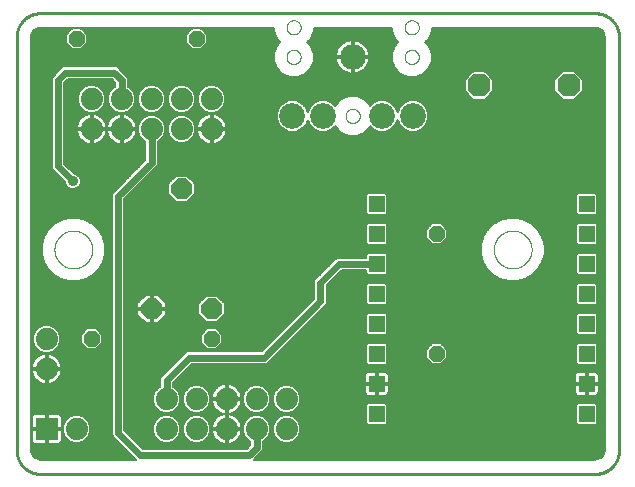
<source format=gbl>
G75*
%MOIN*%
%OFA0B0*%
%FSLAX25Y25*%
%IPPOS*%
%LPD*%
%AMOC8*
5,1,8,0,0,1.08239X$1,22.5*
%
%ADD10C,0.00000*%
%ADD11C,0.01000*%
%ADD12C,0.07400*%
%ADD13R,0.07400X0.07400*%
%ADD14C,0.08600*%
%ADD15OC8,0.07000*%
%ADD16OC8,0.07600*%
%ADD17R,0.05346X0.05346*%
%ADD18OC8,0.05200*%
%ADD19C,0.00600*%
%ADD20C,0.03569*%
%ADD21C,0.02400*%
D10*
X0014099Y0081103D02*
X0014101Y0081261D01*
X0014107Y0081419D01*
X0014117Y0081577D01*
X0014131Y0081735D01*
X0014149Y0081892D01*
X0014170Y0082049D01*
X0014196Y0082205D01*
X0014226Y0082361D01*
X0014259Y0082516D01*
X0014297Y0082669D01*
X0014338Y0082822D01*
X0014383Y0082974D01*
X0014432Y0083125D01*
X0014485Y0083274D01*
X0014541Y0083422D01*
X0014601Y0083568D01*
X0014665Y0083713D01*
X0014733Y0083856D01*
X0014804Y0083998D01*
X0014878Y0084138D01*
X0014956Y0084275D01*
X0015038Y0084411D01*
X0015122Y0084545D01*
X0015211Y0084676D01*
X0015302Y0084805D01*
X0015397Y0084932D01*
X0015494Y0085057D01*
X0015595Y0085179D01*
X0015699Y0085298D01*
X0015806Y0085415D01*
X0015916Y0085529D01*
X0016029Y0085640D01*
X0016144Y0085749D01*
X0016262Y0085854D01*
X0016383Y0085956D01*
X0016506Y0086056D01*
X0016632Y0086152D01*
X0016760Y0086245D01*
X0016890Y0086335D01*
X0017023Y0086421D01*
X0017158Y0086505D01*
X0017294Y0086584D01*
X0017433Y0086661D01*
X0017574Y0086733D01*
X0017716Y0086803D01*
X0017860Y0086868D01*
X0018006Y0086930D01*
X0018153Y0086988D01*
X0018302Y0087043D01*
X0018452Y0087094D01*
X0018603Y0087141D01*
X0018755Y0087184D01*
X0018908Y0087223D01*
X0019063Y0087259D01*
X0019218Y0087290D01*
X0019374Y0087318D01*
X0019530Y0087342D01*
X0019687Y0087362D01*
X0019845Y0087378D01*
X0020002Y0087390D01*
X0020161Y0087398D01*
X0020319Y0087402D01*
X0020477Y0087402D01*
X0020635Y0087398D01*
X0020794Y0087390D01*
X0020951Y0087378D01*
X0021109Y0087362D01*
X0021266Y0087342D01*
X0021422Y0087318D01*
X0021578Y0087290D01*
X0021733Y0087259D01*
X0021888Y0087223D01*
X0022041Y0087184D01*
X0022193Y0087141D01*
X0022344Y0087094D01*
X0022494Y0087043D01*
X0022643Y0086988D01*
X0022790Y0086930D01*
X0022936Y0086868D01*
X0023080Y0086803D01*
X0023222Y0086733D01*
X0023363Y0086661D01*
X0023502Y0086584D01*
X0023638Y0086505D01*
X0023773Y0086421D01*
X0023906Y0086335D01*
X0024036Y0086245D01*
X0024164Y0086152D01*
X0024290Y0086056D01*
X0024413Y0085956D01*
X0024534Y0085854D01*
X0024652Y0085749D01*
X0024767Y0085640D01*
X0024880Y0085529D01*
X0024990Y0085415D01*
X0025097Y0085298D01*
X0025201Y0085179D01*
X0025302Y0085057D01*
X0025399Y0084932D01*
X0025494Y0084805D01*
X0025585Y0084676D01*
X0025674Y0084545D01*
X0025758Y0084411D01*
X0025840Y0084275D01*
X0025918Y0084138D01*
X0025992Y0083998D01*
X0026063Y0083856D01*
X0026131Y0083713D01*
X0026195Y0083568D01*
X0026255Y0083422D01*
X0026311Y0083274D01*
X0026364Y0083125D01*
X0026413Y0082974D01*
X0026458Y0082822D01*
X0026499Y0082669D01*
X0026537Y0082516D01*
X0026570Y0082361D01*
X0026600Y0082205D01*
X0026626Y0082049D01*
X0026647Y0081892D01*
X0026665Y0081735D01*
X0026679Y0081577D01*
X0026689Y0081419D01*
X0026695Y0081261D01*
X0026697Y0081103D01*
X0026695Y0080945D01*
X0026689Y0080787D01*
X0026679Y0080629D01*
X0026665Y0080471D01*
X0026647Y0080314D01*
X0026626Y0080157D01*
X0026600Y0080001D01*
X0026570Y0079845D01*
X0026537Y0079690D01*
X0026499Y0079537D01*
X0026458Y0079384D01*
X0026413Y0079232D01*
X0026364Y0079081D01*
X0026311Y0078932D01*
X0026255Y0078784D01*
X0026195Y0078638D01*
X0026131Y0078493D01*
X0026063Y0078350D01*
X0025992Y0078208D01*
X0025918Y0078068D01*
X0025840Y0077931D01*
X0025758Y0077795D01*
X0025674Y0077661D01*
X0025585Y0077530D01*
X0025494Y0077401D01*
X0025399Y0077274D01*
X0025302Y0077149D01*
X0025201Y0077027D01*
X0025097Y0076908D01*
X0024990Y0076791D01*
X0024880Y0076677D01*
X0024767Y0076566D01*
X0024652Y0076457D01*
X0024534Y0076352D01*
X0024413Y0076250D01*
X0024290Y0076150D01*
X0024164Y0076054D01*
X0024036Y0075961D01*
X0023906Y0075871D01*
X0023773Y0075785D01*
X0023638Y0075701D01*
X0023502Y0075622D01*
X0023363Y0075545D01*
X0023222Y0075473D01*
X0023080Y0075403D01*
X0022936Y0075338D01*
X0022790Y0075276D01*
X0022643Y0075218D01*
X0022494Y0075163D01*
X0022344Y0075112D01*
X0022193Y0075065D01*
X0022041Y0075022D01*
X0021888Y0074983D01*
X0021733Y0074947D01*
X0021578Y0074916D01*
X0021422Y0074888D01*
X0021266Y0074864D01*
X0021109Y0074844D01*
X0020951Y0074828D01*
X0020794Y0074816D01*
X0020635Y0074808D01*
X0020477Y0074804D01*
X0020319Y0074804D01*
X0020161Y0074808D01*
X0020002Y0074816D01*
X0019845Y0074828D01*
X0019687Y0074844D01*
X0019530Y0074864D01*
X0019374Y0074888D01*
X0019218Y0074916D01*
X0019063Y0074947D01*
X0018908Y0074983D01*
X0018755Y0075022D01*
X0018603Y0075065D01*
X0018452Y0075112D01*
X0018302Y0075163D01*
X0018153Y0075218D01*
X0018006Y0075276D01*
X0017860Y0075338D01*
X0017716Y0075403D01*
X0017574Y0075473D01*
X0017433Y0075545D01*
X0017294Y0075622D01*
X0017158Y0075701D01*
X0017023Y0075785D01*
X0016890Y0075871D01*
X0016760Y0075961D01*
X0016632Y0076054D01*
X0016506Y0076150D01*
X0016383Y0076250D01*
X0016262Y0076352D01*
X0016144Y0076457D01*
X0016029Y0076566D01*
X0015916Y0076677D01*
X0015806Y0076791D01*
X0015699Y0076908D01*
X0015595Y0077027D01*
X0015494Y0077149D01*
X0015397Y0077274D01*
X0015302Y0077401D01*
X0015211Y0077530D01*
X0015122Y0077661D01*
X0015038Y0077795D01*
X0014956Y0077931D01*
X0014878Y0078068D01*
X0014804Y0078208D01*
X0014733Y0078350D01*
X0014665Y0078493D01*
X0014601Y0078638D01*
X0014541Y0078784D01*
X0014485Y0078932D01*
X0014432Y0079081D01*
X0014383Y0079232D01*
X0014338Y0079384D01*
X0014297Y0079537D01*
X0014259Y0079690D01*
X0014226Y0079845D01*
X0014196Y0080001D01*
X0014170Y0080157D01*
X0014149Y0080314D01*
X0014131Y0080471D01*
X0014117Y0080629D01*
X0014107Y0080787D01*
X0014101Y0080945D01*
X0014099Y0081103D01*
X0091453Y0145300D02*
X0091455Y0145397D01*
X0091461Y0145494D01*
X0091471Y0145590D01*
X0091485Y0145686D01*
X0091503Y0145782D01*
X0091524Y0145876D01*
X0091550Y0145970D01*
X0091579Y0146062D01*
X0091613Y0146153D01*
X0091649Y0146243D01*
X0091690Y0146331D01*
X0091734Y0146417D01*
X0091782Y0146502D01*
X0091833Y0146584D01*
X0091887Y0146665D01*
X0091945Y0146743D01*
X0092006Y0146818D01*
X0092069Y0146891D01*
X0092136Y0146962D01*
X0092206Y0147029D01*
X0092278Y0147094D01*
X0092353Y0147155D01*
X0092431Y0147214D01*
X0092510Y0147269D01*
X0092592Y0147321D01*
X0092676Y0147369D01*
X0092762Y0147414D01*
X0092850Y0147456D01*
X0092939Y0147494D01*
X0093030Y0147528D01*
X0093122Y0147558D01*
X0093215Y0147585D01*
X0093310Y0147607D01*
X0093405Y0147626D01*
X0093501Y0147641D01*
X0093597Y0147652D01*
X0093694Y0147659D01*
X0093791Y0147662D01*
X0093888Y0147661D01*
X0093985Y0147656D01*
X0094081Y0147647D01*
X0094177Y0147634D01*
X0094273Y0147617D01*
X0094368Y0147596D01*
X0094461Y0147572D01*
X0094554Y0147543D01*
X0094646Y0147511D01*
X0094736Y0147475D01*
X0094824Y0147436D01*
X0094911Y0147392D01*
X0094996Y0147346D01*
X0095079Y0147295D01*
X0095160Y0147242D01*
X0095238Y0147185D01*
X0095315Y0147125D01*
X0095388Y0147062D01*
X0095459Y0146996D01*
X0095527Y0146927D01*
X0095593Y0146855D01*
X0095655Y0146781D01*
X0095714Y0146704D01*
X0095770Y0146625D01*
X0095823Y0146543D01*
X0095873Y0146460D01*
X0095918Y0146374D01*
X0095961Y0146287D01*
X0096000Y0146198D01*
X0096035Y0146108D01*
X0096066Y0146016D01*
X0096093Y0145923D01*
X0096117Y0145829D01*
X0096137Y0145734D01*
X0096153Y0145638D01*
X0096165Y0145542D01*
X0096173Y0145445D01*
X0096177Y0145348D01*
X0096177Y0145252D01*
X0096173Y0145155D01*
X0096165Y0145058D01*
X0096153Y0144962D01*
X0096137Y0144866D01*
X0096117Y0144771D01*
X0096093Y0144677D01*
X0096066Y0144584D01*
X0096035Y0144492D01*
X0096000Y0144402D01*
X0095961Y0144313D01*
X0095918Y0144226D01*
X0095873Y0144140D01*
X0095823Y0144057D01*
X0095770Y0143975D01*
X0095714Y0143896D01*
X0095655Y0143819D01*
X0095593Y0143745D01*
X0095527Y0143673D01*
X0095459Y0143604D01*
X0095388Y0143538D01*
X0095315Y0143475D01*
X0095238Y0143415D01*
X0095160Y0143358D01*
X0095079Y0143305D01*
X0094996Y0143254D01*
X0094911Y0143208D01*
X0094824Y0143164D01*
X0094736Y0143125D01*
X0094646Y0143089D01*
X0094554Y0143057D01*
X0094461Y0143028D01*
X0094368Y0143004D01*
X0094273Y0142983D01*
X0094177Y0142966D01*
X0094081Y0142953D01*
X0093985Y0142944D01*
X0093888Y0142939D01*
X0093791Y0142938D01*
X0093694Y0142941D01*
X0093597Y0142948D01*
X0093501Y0142959D01*
X0093405Y0142974D01*
X0093310Y0142993D01*
X0093215Y0143015D01*
X0093122Y0143042D01*
X0093030Y0143072D01*
X0092939Y0143106D01*
X0092850Y0143144D01*
X0092762Y0143186D01*
X0092676Y0143231D01*
X0092592Y0143279D01*
X0092510Y0143331D01*
X0092431Y0143386D01*
X0092353Y0143445D01*
X0092278Y0143506D01*
X0092206Y0143571D01*
X0092136Y0143638D01*
X0092069Y0143709D01*
X0092006Y0143782D01*
X0091945Y0143857D01*
X0091887Y0143935D01*
X0091833Y0144016D01*
X0091782Y0144098D01*
X0091734Y0144183D01*
X0091690Y0144269D01*
X0091649Y0144357D01*
X0091613Y0144447D01*
X0091579Y0144538D01*
X0091550Y0144630D01*
X0091524Y0144724D01*
X0091503Y0144818D01*
X0091485Y0144914D01*
X0091471Y0145010D01*
X0091461Y0145106D01*
X0091455Y0145203D01*
X0091453Y0145300D01*
X0091453Y0155143D02*
X0091455Y0155240D01*
X0091461Y0155337D01*
X0091471Y0155433D01*
X0091485Y0155529D01*
X0091503Y0155625D01*
X0091524Y0155719D01*
X0091550Y0155813D01*
X0091579Y0155905D01*
X0091613Y0155996D01*
X0091649Y0156086D01*
X0091690Y0156174D01*
X0091734Y0156260D01*
X0091782Y0156345D01*
X0091833Y0156427D01*
X0091887Y0156508D01*
X0091945Y0156586D01*
X0092006Y0156661D01*
X0092069Y0156734D01*
X0092136Y0156805D01*
X0092206Y0156872D01*
X0092278Y0156937D01*
X0092353Y0156998D01*
X0092431Y0157057D01*
X0092510Y0157112D01*
X0092592Y0157164D01*
X0092676Y0157212D01*
X0092762Y0157257D01*
X0092850Y0157299D01*
X0092939Y0157337D01*
X0093030Y0157371D01*
X0093122Y0157401D01*
X0093215Y0157428D01*
X0093310Y0157450D01*
X0093405Y0157469D01*
X0093501Y0157484D01*
X0093597Y0157495D01*
X0093694Y0157502D01*
X0093791Y0157505D01*
X0093888Y0157504D01*
X0093985Y0157499D01*
X0094081Y0157490D01*
X0094177Y0157477D01*
X0094273Y0157460D01*
X0094368Y0157439D01*
X0094461Y0157415D01*
X0094554Y0157386D01*
X0094646Y0157354D01*
X0094736Y0157318D01*
X0094824Y0157279D01*
X0094911Y0157235D01*
X0094996Y0157189D01*
X0095079Y0157138D01*
X0095160Y0157085D01*
X0095238Y0157028D01*
X0095315Y0156968D01*
X0095388Y0156905D01*
X0095459Y0156839D01*
X0095527Y0156770D01*
X0095593Y0156698D01*
X0095655Y0156624D01*
X0095714Y0156547D01*
X0095770Y0156468D01*
X0095823Y0156386D01*
X0095873Y0156303D01*
X0095918Y0156217D01*
X0095961Y0156130D01*
X0096000Y0156041D01*
X0096035Y0155951D01*
X0096066Y0155859D01*
X0096093Y0155766D01*
X0096117Y0155672D01*
X0096137Y0155577D01*
X0096153Y0155481D01*
X0096165Y0155385D01*
X0096173Y0155288D01*
X0096177Y0155191D01*
X0096177Y0155095D01*
X0096173Y0154998D01*
X0096165Y0154901D01*
X0096153Y0154805D01*
X0096137Y0154709D01*
X0096117Y0154614D01*
X0096093Y0154520D01*
X0096066Y0154427D01*
X0096035Y0154335D01*
X0096000Y0154245D01*
X0095961Y0154156D01*
X0095918Y0154069D01*
X0095873Y0153983D01*
X0095823Y0153900D01*
X0095770Y0153818D01*
X0095714Y0153739D01*
X0095655Y0153662D01*
X0095593Y0153588D01*
X0095527Y0153516D01*
X0095459Y0153447D01*
X0095388Y0153381D01*
X0095315Y0153318D01*
X0095238Y0153258D01*
X0095160Y0153201D01*
X0095079Y0153148D01*
X0094996Y0153097D01*
X0094911Y0153051D01*
X0094824Y0153007D01*
X0094736Y0152968D01*
X0094646Y0152932D01*
X0094554Y0152900D01*
X0094461Y0152871D01*
X0094368Y0152847D01*
X0094273Y0152826D01*
X0094177Y0152809D01*
X0094081Y0152796D01*
X0093985Y0152787D01*
X0093888Y0152782D01*
X0093791Y0152781D01*
X0093694Y0152784D01*
X0093597Y0152791D01*
X0093501Y0152802D01*
X0093405Y0152817D01*
X0093310Y0152836D01*
X0093215Y0152858D01*
X0093122Y0152885D01*
X0093030Y0152915D01*
X0092939Y0152949D01*
X0092850Y0152987D01*
X0092762Y0153029D01*
X0092676Y0153074D01*
X0092592Y0153122D01*
X0092510Y0153174D01*
X0092431Y0153229D01*
X0092353Y0153288D01*
X0092278Y0153349D01*
X0092206Y0153414D01*
X0092136Y0153481D01*
X0092069Y0153552D01*
X0092006Y0153625D01*
X0091945Y0153700D01*
X0091887Y0153778D01*
X0091833Y0153859D01*
X0091782Y0153941D01*
X0091734Y0154026D01*
X0091690Y0154112D01*
X0091649Y0154200D01*
X0091613Y0154290D01*
X0091579Y0154381D01*
X0091550Y0154473D01*
X0091524Y0154567D01*
X0091503Y0154661D01*
X0091485Y0154757D01*
X0091471Y0154853D01*
X0091461Y0154949D01*
X0091455Y0155046D01*
X0091453Y0155143D01*
X0111138Y0125615D02*
X0111140Y0125712D01*
X0111146Y0125809D01*
X0111156Y0125905D01*
X0111170Y0126001D01*
X0111188Y0126097D01*
X0111209Y0126191D01*
X0111235Y0126285D01*
X0111264Y0126377D01*
X0111298Y0126468D01*
X0111334Y0126558D01*
X0111375Y0126646D01*
X0111419Y0126732D01*
X0111467Y0126817D01*
X0111518Y0126899D01*
X0111572Y0126980D01*
X0111630Y0127058D01*
X0111691Y0127133D01*
X0111754Y0127206D01*
X0111821Y0127277D01*
X0111891Y0127344D01*
X0111963Y0127409D01*
X0112038Y0127470D01*
X0112116Y0127529D01*
X0112195Y0127584D01*
X0112277Y0127636D01*
X0112361Y0127684D01*
X0112447Y0127729D01*
X0112535Y0127771D01*
X0112624Y0127809D01*
X0112715Y0127843D01*
X0112807Y0127873D01*
X0112900Y0127900D01*
X0112995Y0127922D01*
X0113090Y0127941D01*
X0113186Y0127956D01*
X0113282Y0127967D01*
X0113379Y0127974D01*
X0113476Y0127977D01*
X0113573Y0127976D01*
X0113670Y0127971D01*
X0113766Y0127962D01*
X0113862Y0127949D01*
X0113958Y0127932D01*
X0114053Y0127911D01*
X0114146Y0127887D01*
X0114239Y0127858D01*
X0114331Y0127826D01*
X0114421Y0127790D01*
X0114509Y0127751D01*
X0114596Y0127707D01*
X0114681Y0127661D01*
X0114764Y0127610D01*
X0114845Y0127557D01*
X0114923Y0127500D01*
X0115000Y0127440D01*
X0115073Y0127377D01*
X0115144Y0127311D01*
X0115212Y0127242D01*
X0115278Y0127170D01*
X0115340Y0127096D01*
X0115399Y0127019D01*
X0115455Y0126940D01*
X0115508Y0126858D01*
X0115558Y0126775D01*
X0115603Y0126689D01*
X0115646Y0126602D01*
X0115685Y0126513D01*
X0115720Y0126423D01*
X0115751Y0126331D01*
X0115778Y0126238D01*
X0115802Y0126144D01*
X0115822Y0126049D01*
X0115838Y0125953D01*
X0115850Y0125857D01*
X0115858Y0125760D01*
X0115862Y0125663D01*
X0115862Y0125567D01*
X0115858Y0125470D01*
X0115850Y0125373D01*
X0115838Y0125277D01*
X0115822Y0125181D01*
X0115802Y0125086D01*
X0115778Y0124992D01*
X0115751Y0124899D01*
X0115720Y0124807D01*
X0115685Y0124717D01*
X0115646Y0124628D01*
X0115603Y0124541D01*
X0115558Y0124455D01*
X0115508Y0124372D01*
X0115455Y0124290D01*
X0115399Y0124211D01*
X0115340Y0124134D01*
X0115278Y0124060D01*
X0115212Y0123988D01*
X0115144Y0123919D01*
X0115073Y0123853D01*
X0115000Y0123790D01*
X0114923Y0123730D01*
X0114845Y0123673D01*
X0114764Y0123620D01*
X0114681Y0123569D01*
X0114596Y0123523D01*
X0114509Y0123479D01*
X0114421Y0123440D01*
X0114331Y0123404D01*
X0114239Y0123372D01*
X0114146Y0123343D01*
X0114053Y0123319D01*
X0113958Y0123298D01*
X0113862Y0123281D01*
X0113766Y0123268D01*
X0113670Y0123259D01*
X0113573Y0123254D01*
X0113476Y0123253D01*
X0113379Y0123256D01*
X0113282Y0123263D01*
X0113186Y0123274D01*
X0113090Y0123289D01*
X0112995Y0123308D01*
X0112900Y0123330D01*
X0112807Y0123357D01*
X0112715Y0123387D01*
X0112624Y0123421D01*
X0112535Y0123459D01*
X0112447Y0123501D01*
X0112361Y0123546D01*
X0112277Y0123594D01*
X0112195Y0123646D01*
X0112116Y0123701D01*
X0112038Y0123760D01*
X0111963Y0123821D01*
X0111891Y0123886D01*
X0111821Y0123953D01*
X0111754Y0124024D01*
X0111691Y0124097D01*
X0111630Y0124172D01*
X0111572Y0124250D01*
X0111518Y0124331D01*
X0111467Y0124413D01*
X0111419Y0124498D01*
X0111375Y0124584D01*
X0111334Y0124672D01*
X0111298Y0124762D01*
X0111264Y0124853D01*
X0111235Y0124945D01*
X0111209Y0125039D01*
X0111188Y0125133D01*
X0111170Y0125229D01*
X0111156Y0125325D01*
X0111146Y0125421D01*
X0111140Y0125518D01*
X0111138Y0125615D01*
X0130823Y0145300D02*
X0130825Y0145397D01*
X0130831Y0145494D01*
X0130841Y0145590D01*
X0130855Y0145686D01*
X0130873Y0145782D01*
X0130894Y0145876D01*
X0130920Y0145970D01*
X0130949Y0146062D01*
X0130983Y0146153D01*
X0131019Y0146243D01*
X0131060Y0146331D01*
X0131104Y0146417D01*
X0131152Y0146502D01*
X0131203Y0146584D01*
X0131257Y0146665D01*
X0131315Y0146743D01*
X0131376Y0146818D01*
X0131439Y0146891D01*
X0131506Y0146962D01*
X0131576Y0147029D01*
X0131648Y0147094D01*
X0131723Y0147155D01*
X0131801Y0147214D01*
X0131880Y0147269D01*
X0131962Y0147321D01*
X0132046Y0147369D01*
X0132132Y0147414D01*
X0132220Y0147456D01*
X0132309Y0147494D01*
X0132400Y0147528D01*
X0132492Y0147558D01*
X0132585Y0147585D01*
X0132680Y0147607D01*
X0132775Y0147626D01*
X0132871Y0147641D01*
X0132967Y0147652D01*
X0133064Y0147659D01*
X0133161Y0147662D01*
X0133258Y0147661D01*
X0133355Y0147656D01*
X0133451Y0147647D01*
X0133547Y0147634D01*
X0133643Y0147617D01*
X0133738Y0147596D01*
X0133831Y0147572D01*
X0133924Y0147543D01*
X0134016Y0147511D01*
X0134106Y0147475D01*
X0134194Y0147436D01*
X0134281Y0147392D01*
X0134366Y0147346D01*
X0134449Y0147295D01*
X0134530Y0147242D01*
X0134608Y0147185D01*
X0134685Y0147125D01*
X0134758Y0147062D01*
X0134829Y0146996D01*
X0134897Y0146927D01*
X0134963Y0146855D01*
X0135025Y0146781D01*
X0135084Y0146704D01*
X0135140Y0146625D01*
X0135193Y0146543D01*
X0135243Y0146460D01*
X0135288Y0146374D01*
X0135331Y0146287D01*
X0135370Y0146198D01*
X0135405Y0146108D01*
X0135436Y0146016D01*
X0135463Y0145923D01*
X0135487Y0145829D01*
X0135507Y0145734D01*
X0135523Y0145638D01*
X0135535Y0145542D01*
X0135543Y0145445D01*
X0135547Y0145348D01*
X0135547Y0145252D01*
X0135543Y0145155D01*
X0135535Y0145058D01*
X0135523Y0144962D01*
X0135507Y0144866D01*
X0135487Y0144771D01*
X0135463Y0144677D01*
X0135436Y0144584D01*
X0135405Y0144492D01*
X0135370Y0144402D01*
X0135331Y0144313D01*
X0135288Y0144226D01*
X0135243Y0144140D01*
X0135193Y0144057D01*
X0135140Y0143975D01*
X0135084Y0143896D01*
X0135025Y0143819D01*
X0134963Y0143745D01*
X0134897Y0143673D01*
X0134829Y0143604D01*
X0134758Y0143538D01*
X0134685Y0143475D01*
X0134608Y0143415D01*
X0134530Y0143358D01*
X0134449Y0143305D01*
X0134366Y0143254D01*
X0134281Y0143208D01*
X0134194Y0143164D01*
X0134106Y0143125D01*
X0134016Y0143089D01*
X0133924Y0143057D01*
X0133831Y0143028D01*
X0133738Y0143004D01*
X0133643Y0142983D01*
X0133547Y0142966D01*
X0133451Y0142953D01*
X0133355Y0142944D01*
X0133258Y0142939D01*
X0133161Y0142938D01*
X0133064Y0142941D01*
X0132967Y0142948D01*
X0132871Y0142959D01*
X0132775Y0142974D01*
X0132680Y0142993D01*
X0132585Y0143015D01*
X0132492Y0143042D01*
X0132400Y0143072D01*
X0132309Y0143106D01*
X0132220Y0143144D01*
X0132132Y0143186D01*
X0132046Y0143231D01*
X0131962Y0143279D01*
X0131880Y0143331D01*
X0131801Y0143386D01*
X0131723Y0143445D01*
X0131648Y0143506D01*
X0131576Y0143571D01*
X0131506Y0143638D01*
X0131439Y0143709D01*
X0131376Y0143782D01*
X0131315Y0143857D01*
X0131257Y0143935D01*
X0131203Y0144016D01*
X0131152Y0144098D01*
X0131104Y0144183D01*
X0131060Y0144269D01*
X0131019Y0144357D01*
X0130983Y0144447D01*
X0130949Y0144538D01*
X0130920Y0144630D01*
X0130894Y0144724D01*
X0130873Y0144818D01*
X0130855Y0144914D01*
X0130841Y0145010D01*
X0130831Y0145106D01*
X0130825Y0145203D01*
X0130823Y0145300D01*
X0130823Y0155143D02*
X0130825Y0155240D01*
X0130831Y0155337D01*
X0130841Y0155433D01*
X0130855Y0155529D01*
X0130873Y0155625D01*
X0130894Y0155719D01*
X0130920Y0155813D01*
X0130949Y0155905D01*
X0130983Y0155996D01*
X0131019Y0156086D01*
X0131060Y0156174D01*
X0131104Y0156260D01*
X0131152Y0156345D01*
X0131203Y0156427D01*
X0131257Y0156508D01*
X0131315Y0156586D01*
X0131376Y0156661D01*
X0131439Y0156734D01*
X0131506Y0156805D01*
X0131576Y0156872D01*
X0131648Y0156937D01*
X0131723Y0156998D01*
X0131801Y0157057D01*
X0131880Y0157112D01*
X0131962Y0157164D01*
X0132046Y0157212D01*
X0132132Y0157257D01*
X0132220Y0157299D01*
X0132309Y0157337D01*
X0132400Y0157371D01*
X0132492Y0157401D01*
X0132585Y0157428D01*
X0132680Y0157450D01*
X0132775Y0157469D01*
X0132871Y0157484D01*
X0132967Y0157495D01*
X0133064Y0157502D01*
X0133161Y0157505D01*
X0133258Y0157504D01*
X0133355Y0157499D01*
X0133451Y0157490D01*
X0133547Y0157477D01*
X0133643Y0157460D01*
X0133738Y0157439D01*
X0133831Y0157415D01*
X0133924Y0157386D01*
X0134016Y0157354D01*
X0134106Y0157318D01*
X0134194Y0157279D01*
X0134281Y0157235D01*
X0134366Y0157189D01*
X0134449Y0157138D01*
X0134530Y0157085D01*
X0134608Y0157028D01*
X0134685Y0156968D01*
X0134758Y0156905D01*
X0134829Y0156839D01*
X0134897Y0156770D01*
X0134963Y0156698D01*
X0135025Y0156624D01*
X0135084Y0156547D01*
X0135140Y0156468D01*
X0135193Y0156386D01*
X0135243Y0156303D01*
X0135288Y0156217D01*
X0135331Y0156130D01*
X0135370Y0156041D01*
X0135405Y0155951D01*
X0135436Y0155859D01*
X0135463Y0155766D01*
X0135487Y0155672D01*
X0135507Y0155577D01*
X0135523Y0155481D01*
X0135535Y0155385D01*
X0135543Y0155288D01*
X0135547Y0155191D01*
X0135547Y0155095D01*
X0135543Y0154998D01*
X0135535Y0154901D01*
X0135523Y0154805D01*
X0135507Y0154709D01*
X0135487Y0154614D01*
X0135463Y0154520D01*
X0135436Y0154427D01*
X0135405Y0154335D01*
X0135370Y0154245D01*
X0135331Y0154156D01*
X0135288Y0154069D01*
X0135243Y0153983D01*
X0135193Y0153900D01*
X0135140Y0153818D01*
X0135084Y0153739D01*
X0135025Y0153662D01*
X0134963Y0153588D01*
X0134897Y0153516D01*
X0134829Y0153447D01*
X0134758Y0153381D01*
X0134685Y0153318D01*
X0134608Y0153258D01*
X0134530Y0153201D01*
X0134449Y0153148D01*
X0134366Y0153097D01*
X0134281Y0153051D01*
X0134194Y0153007D01*
X0134106Y0152968D01*
X0134016Y0152932D01*
X0133924Y0152900D01*
X0133831Y0152871D01*
X0133738Y0152847D01*
X0133643Y0152826D01*
X0133547Y0152809D01*
X0133451Y0152796D01*
X0133355Y0152787D01*
X0133258Y0152782D01*
X0133161Y0152781D01*
X0133064Y0152784D01*
X0132967Y0152791D01*
X0132871Y0152802D01*
X0132775Y0152817D01*
X0132680Y0152836D01*
X0132585Y0152858D01*
X0132492Y0152885D01*
X0132400Y0152915D01*
X0132309Y0152949D01*
X0132220Y0152987D01*
X0132132Y0153029D01*
X0132046Y0153074D01*
X0131962Y0153122D01*
X0131880Y0153174D01*
X0131801Y0153229D01*
X0131723Y0153288D01*
X0131648Y0153349D01*
X0131576Y0153414D01*
X0131506Y0153481D01*
X0131439Y0153552D01*
X0131376Y0153625D01*
X0131315Y0153700D01*
X0131257Y0153778D01*
X0131203Y0153859D01*
X0131152Y0153941D01*
X0131104Y0154026D01*
X0131060Y0154112D01*
X0131019Y0154200D01*
X0130983Y0154290D01*
X0130949Y0154381D01*
X0130920Y0154473D01*
X0130894Y0154567D01*
X0130873Y0154661D01*
X0130855Y0154757D01*
X0130841Y0154853D01*
X0130831Y0154949D01*
X0130825Y0155046D01*
X0130823Y0155143D01*
X0160555Y0081103D02*
X0160557Y0081261D01*
X0160563Y0081419D01*
X0160573Y0081577D01*
X0160587Y0081735D01*
X0160605Y0081892D01*
X0160626Y0082049D01*
X0160652Y0082205D01*
X0160682Y0082361D01*
X0160715Y0082516D01*
X0160753Y0082669D01*
X0160794Y0082822D01*
X0160839Y0082974D01*
X0160888Y0083125D01*
X0160941Y0083274D01*
X0160997Y0083422D01*
X0161057Y0083568D01*
X0161121Y0083713D01*
X0161189Y0083856D01*
X0161260Y0083998D01*
X0161334Y0084138D01*
X0161412Y0084275D01*
X0161494Y0084411D01*
X0161578Y0084545D01*
X0161667Y0084676D01*
X0161758Y0084805D01*
X0161853Y0084932D01*
X0161950Y0085057D01*
X0162051Y0085179D01*
X0162155Y0085298D01*
X0162262Y0085415D01*
X0162372Y0085529D01*
X0162485Y0085640D01*
X0162600Y0085749D01*
X0162718Y0085854D01*
X0162839Y0085956D01*
X0162962Y0086056D01*
X0163088Y0086152D01*
X0163216Y0086245D01*
X0163346Y0086335D01*
X0163479Y0086421D01*
X0163614Y0086505D01*
X0163750Y0086584D01*
X0163889Y0086661D01*
X0164030Y0086733D01*
X0164172Y0086803D01*
X0164316Y0086868D01*
X0164462Y0086930D01*
X0164609Y0086988D01*
X0164758Y0087043D01*
X0164908Y0087094D01*
X0165059Y0087141D01*
X0165211Y0087184D01*
X0165364Y0087223D01*
X0165519Y0087259D01*
X0165674Y0087290D01*
X0165830Y0087318D01*
X0165986Y0087342D01*
X0166143Y0087362D01*
X0166301Y0087378D01*
X0166458Y0087390D01*
X0166617Y0087398D01*
X0166775Y0087402D01*
X0166933Y0087402D01*
X0167091Y0087398D01*
X0167250Y0087390D01*
X0167407Y0087378D01*
X0167565Y0087362D01*
X0167722Y0087342D01*
X0167878Y0087318D01*
X0168034Y0087290D01*
X0168189Y0087259D01*
X0168344Y0087223D01*
X0168497Y0087184D01*
X0168649Y0087141D01*
X0168800Y0087094D01*
X0168950Y0087043D01*
X0169099Y0086988D01*
X0169246Y0086930D01*
X0169392Y0086868D01*
X0169536Y0086803D01*
X0169678Y0086733D01*
X0169819Y0086661D01*
X0169958Y0086584D01*
X0170094Y0086505D01*
X0170229Y0086421D01*
X0170362Y0086335D01*
X0170492Y0086245D01*
X0170620Y0086152D01*
X0170746Y0086056D01*
X0170869Y0085956D01*
X0170990Y0085854D01*
X0171108Y0085749D01*
X0171223Y0085640D01*
X0171336Y0085529D01*
X0171446Y0085415D01*
X0171553Y0085298D01*
X0171657Y0085179D01*
X0171758Y0085057D01*
X0171855Y0084932D01*
X0171950Y0084805D01*
X0172041Y0084676D01*
X0172130Y0084545D01*
X0172214Y0084411D01*
X0172296Y0084275D01*
X0172374Y0084138D01*
X0172448Y0083998D01*
X0172519Y0083856D01*
X0172587Y0083713D01*
X0172651Y0083568D01*
X0172711Y0083422D01*
X0172767Y0083274D01*
X0172820Y0083125D01*
X0172869Y0082974D01*
X0172914Y0082822D01*
X0172955Y0082669D01*
X0172993Y0082516D01*
X0173026Y0082361D01*
X0173056Y0082205D01*
X0173082Y0082049D01*
X0173103Y0081892D01*
X0173121Y0081735D01*
X0173135Y0081577D01*
X0173145Y0081419D01*
X0173151Y0081261D01*
X0173153Y0081103D01*
X0173151Y0080945D01*
X0173145Y0080787D01*
X0173135Y0080629D01*
X0173121Y0080471D01*
X0173103Y0080314D01*
X0173082Y0080157D01*
X0173056Y0080001D01*
X0173026Y0079845D01*
X0172993Y0079690D01*
X0172955Y0079537D01*
X0172914Y0079384D01*
X0172869Y0079232D01*
X0172820Y0079081D01*
X0172767Y0078932D01*
X0172711Y0078784D01*
X0172651Y0078638D01*
X0172587Y0078493D01*
X0172519Y0078350D01*
X0172448Y0078208D01*
X0172374Y0078068D01*
X0172296Y0077931D01*
X0172214Y0077795D01*
X0172130Y0077661D01*
X0172041Y0077530D01*
X0171950Y0077401D01*
X0171855Y0077274D01*
X0171758Y0077149D01*
X0171657Y0077027D01*
X0171553Y0076908D01*
X0171446Y0076791D01*
X0171336Y0076677D01*
X0171223Y0076566D01*
X0171108Y0076457D01*
X0170990Y0076352D01*
X0170869Y0076250D01*
X0170746Y0076150D01*
X0170620Y0076054D01*
X0170492Y0075961D01*
X0170362Y0075871D01*
X0170229Y0075785D01*
X0170094Y0075701D01*
X0169958Y0075622D01*
X0169819Y0075545D01*
X0169678Y0075473D01*
X0169536Y0075403D01*
X0169392Y0075338D01*
X0169246Y0075276D01*
X0169099Y0075218D01*
X0168950Y0075163D01*
X0168800Y0075112D01*
X0168649Y0075065D01*
X0168497Y0075022D01*
X0168344Y0074983D01*
X0168189Y0074947D01*
X0168034Y0074916D01*
X0167878Y0074888D01*
X0167722Y0074864D01*
X0167565Y0074844D01*
X0167407Y0074828D01*
X0167250Y0074816D01*
X0167091Y0074808D01*
X0166933Y0074804D01*
X0166775Y0074804D01*
X0166617Y0074808D01*
X0166458Y0074816D01*
X0166301Y0074828D01*
X0166143Y0074844D01*
X0165986Y0074864D01*
X0165830Y0074888D01*
X0165674Y0074916D01*
X0165519Y0074947D01*
X0165364Y0074983D01*
X0165211Y0075022D01*
X0165059Y0075065D01*
X0164908Y0075112D01*
X0164758Y0075163D01*
X0164609Y0075218D01*
X0164462Y0075276D01*
X0164316Y0075338D01*
X0164172Y0075403D01*
X0164030Y0075473D01*
X0163889Y0075545D01*
X0163750Y0075622D01*
X0163614Y0075701D01*
X0163479Y0075785D01*
X0163346Y0075871D01*
X0163216Y0075961D01*
X0163088Y0076054D01*
X0162962Y0076150D01*
X0162839Y0076250D01*
X0162718Y0076352D01*
X0162600Y0076457D01*
X0162485Y0076566D01*
X0162372Y0076677D01*
X0162262Y0076791D01*
X0162155Y0076908D01*
X0162051Y0077027D01*
X0161950Y0077149D01*
X0161853Y0077274D01*
X0161758Y0077401D01*
X0161667Y0077530D01*
X0161578Y0077661D01*
X0161494Y0077795D01*
X0161412Y0077931D01*
X0161334Y0078068D01*
X0161260Y0078208D01*
X0161189Y0078350D01*
X0161121Y0078493D01*
X0161057Y0078638D01*
X0160997Y0078784D01*
X0160941Y0078932D01*
X0160888Y0079081D01*
X0160839Y0079232D01*
X0160794Y0079384D01*
X0160753Y0079537D01*
X0160715Y0079690D01*
X0160682Y0079845D01*
X0160652Y0080001D01*
X0160626Y0080157D01*
X0160605Y0080314D01*
X0160587Y0080471D01*
X0160573Y0080629D01*
X0160563Y0080787D01*
X0160557Y0080945D01*
X0160555Y0081103D01*
D11*
X0194413Y0006300D02*
X0009374Y0006300D01*
X0009184Y0006302D01*
X0008994Y0006309D01*
X0008804Y0006321D01*
X0008614Y0006337D01*
X0008425Y0006357D01*
X0008236Y0006383D01*
X0008048Y0006412D01*
X0007861Y0006447D01*
X0007675Y0006486D01*
X0007490Y0006529D01*
X0007305Y0006577D01*
X0007122Y0006629D01*
X0006941Y0006685D01*
X0006761Y0006746D01*
X0006582Y0006812D01*
X0006405Y0006881D01*
X0006229Y0006955D01*
X0006056Y0007033D01*
X0005884Y0007116D01*
X0005715Y0007202D01*
X0005547Y0007292D01*
X0005382Y0007387D01*
X0005219Y0007485D01*
X0005059Y0007588D01*
X0004901Y0007694D01*
X0004746Y0007804D01*
X0004593Y0007917D01*
X0004443Y0008035D01*
X0004297Y0008156D01*
X0004153Y0008280D01*
X0004012Y0008408D01*
X0003874Y0008539D01*
X0003739Y0008674D01*
X0003608Y0008812D01*
X0003480Y0008953D01*
X0003356Y0009097D01*
X0003235Y0009243D01*
X0003117Y0009393D01*
X0003004Y0009546D01*
X0002894Y0009701D01*
X0002788Y0009859D01*
X0002685Y0010019D01*
X0002587Y0010182D01*
X0002492Y0010347D01*
X0002402Y0010515D01*
X0002316Y0010684D01*
X0002233Y0010856D01*
X0002155Y0011029D01*
X0002081Y0011205D01*
X0002012Y0011382D01*
X0001946Y0011561D01*
X0001885Y0011741D01*
X0001829Y0011922D01*
X0001777Y0012105D01*
X0001729Y0012290D01*
X0001686Y0012475D01*
X0001647Y0012661D01*
X0001612Y0012848D01*
X0001583Y0013036D01*
X0001557Y0013225D01*
X0001537Y0013414D01*
X0001521Y0013604D01*
X0001509Y0013794D01*
X0001502Y0013984D01*
X0001500Y0014174D01*
X0001500Y0151969D01*
X0001502Y0152159D01*
X0001509Y0152349D01*
X0001521Y0152539D01*
X0001537Y0152729D01*
X0001557Y0152918D01*
X0001583Y0153107D01*
X0001612Y0153295D01*
X0001647Y0153482D01*
X0001686Y0153668D01*
X0001729Y0153853D01*
X0001777Y0154038D01*
X0001829Y0154221D01*
X0001885Y0154402D01*
X0001946Y0154582D01*
X0002012Y0154761D01*
X0002081Y0154938D01*
X0002155Y0155114D01*
X0002233Y0155287D01*
X0002316Y0155459D01*
X0002402Y0155628D01*
X0002492Y0155796D01*
X0002587Y0155961D01*
X0002685Y0156124D01*
X0002788Y0156284D01*
X0002894Y0156442D01*
X0003004Y0156597D01*
X0003117Y0156750D01*
X0003235Y0156900D01*
X0003356Y0157046D01*
X0003480Y0157190D01*
X0003608Y0157331D01*
X0003739Y0157469D01*
X0003874Y0157604D01*
X0004012Y0157735D01*
X0004153Y0157863D01*
X0004297Y0157987D01*
X0004443Y0158108D01*
X0004593Y0158226D01*
X0004746Y0158339D01*
X0004901Y0158449D01*
X0005059Y0158555D01*
X0005219Y0158658D01*
X0005382Y0158756D01*
X0005547Y0158851D01*
X0005715Y0158941D01*
X0005884Y0159027D01*
X0006056Y0159110D01*
X0006229Y0159188D01*
X0006405Y0159262D01*
X0006582Y0159331D01*
X0006761Y0159397D01*
X0006941Y0159458D01*
X0007122Y0159514D01*
X0007305Y0159566D01*
X0007490Y0159614D01*
X0007675Y0159657D01*
X0007861Y0159696D01*
X0008048Y0159731D01*
X0008236Y0159760D01*
X0008425Y0159786D01*
X0008614Y0159806D01*
X0008804Y0159822D01*
X0008994Y0159834D01*
X0009184Y0159841D01*
X0009374Y0159843D01*
X0194413Y0159843D01*
X0194603Y0159841D01*
X0194793Y0159834D01*
X0194983Y0159822D01*
X0195173Y0159806D01*
X0195362Y0159786D01*
X0195551Y0159760D01*
X0195739Y0159731D01*
X0195926Y0159696D01*
X0196112Y0159657D01*
X0196297Y0159614D01*
X0196482Y0159566D01*
X0196665Y0159514D01*
X0196846Y0159458D01*
X0197026Y0159397D01*
X0197205Y0159331D01*
X0197382Y0159262D01*
X0197558Y0159188D01*
X0197731Y0159110D01*
X0197903Y0159027D01*
X0198072Y0158941D01*
X0198240Y0158851D01*
X0198405Y0158756D01*
X0198568Y0158658D01*
X0198728Y0158555D01*
X0198886Y0158449D01*
X0199041Y0158339D01*
X0199194Y0158226D01*
X0199344Y0158108D01*
X0199490Y0157987D01*
X0199634Y0157863D01*
X0199775Y0157735D01*
X0199913Y0157604D01*
X0200048Y0157469D01*
X0200179Y0157331D01*
X0200307Y0157190D01*
X0200431Y0157046D01*
X0200552Y0156900D01*
X0200670Y0156750D01*
X0200783Y0156597D01*
X0200893Y0156442D01*
X0200999Y0156284D01*
X0201102Y0156124D01*
X0201200Y0155961D01*
X0201295Y0155796D01*
X0201385Y0155628D01*
X0201471Y0155459D01*
X0201554Y0155287D01*
X0201632Y0155114D01*
X0201706Y0154938D01*
X0201775Y0154761D01*
X0201841Y0154582D01*
X0201902Y0154402D01*
X0201958Y0154221D01*
X0202010Y0154038D01*
X0202058Y0153853D01*
X0202101Y0153668D01*
X0202140Y0153482D01*
X0202175Y0153295D01*
X0202204Y0153107D01*
X0202230Y0152918D01*
X0202250Y0152729D01*
X0202266Y0152539D01*
X0202278Y0152349D01*
X0202285Y0152159D01*
X0202287Y0151969D01*
X0202287Y0014174D01*
X0202285Y0013984D01*
X0202278Y0013794D01*
X0202266Y0013604D01*
X0202250Y0013414D01*
X0202230Y0013225D01*
X0202204Y0013036D01*
X0202175Y0012848D01*
X0202140Y0012661D01*
X0202101Y0012475D01*
X0202058Y0012290D01*
X0202010Y0012105D01*
X0201958Y0011922D01*
X0201902Y0011741D01*
X0201841Y0011561D01*
X0201775Y0011382D01*
X0201706Y0011205D01*
X0201632Y0011029D01*
X0201554Y0010856D01*
X0201471Y0010684D01*
X0201385Y0010515D01*
X0201295Y0010347D01*
X0201200Y0010182D01*
X0201102Y0010019D01*
X0200999Y0009859D01*
X0200893Y0009701D01*
X0200783Y0009546D01*
X0200670Y0009393D01*
X0200552Y0009243D01*
X0200431Y0009097D01*
X0200307Y0008953D01*
X0200179Y0008812D01*
X0200048Y0008674D01*
X0199913Y0008539D01*
X0199775Y0008408D01*
X0199634Y0008280D01*
X0199490Y0008156D01*
X0199344Y0008035D01*
X0199194Y0007917D01*
X0199041Y0007804D01*
X0198886Y0007694D01*
X0198728Y0007588D01*
X0198568Y0007485D01*
X0198405Y0007387D01*
X0198240Y0007292D01*
X0198072Y0007202D01*
X0197903Y0007116D01*
X0197731Y0007033D01*
X0197558Y0006955D01*
X0197382Y0006881D01*
X0197205Y0006812D01*
X0197026Y0006746D01*
X0196846Y0006685D01*
X0196665Y0006629D01*
X0196482Y0006577D01*
X0196297Y0006529D01*
X0196112Y0006486D01*
X0195926Y0006447D01*
X0195739Y0006412D01*
X0195551Y0006383D01*
X0195362Y0006357D01*
X0195173Y0006337D01*
X0194983Y0006321D01*
X0194793Y0006309D01*
X0194603Y0006302D01*
X0194413Y0006300D01*
D12*
X0091500Y0021300D03*
X0081500Y0021300D03*
X0071500Y0021300D03*
X0061500Y0021300D03*
X0051500Y0021300D03*
X0051500Y0031300D03*
X0061500Y0031300D03*
X0071500Y0031300D03*
X0081500Y0031300D03*
X0091500Y0031300D03*
X0021500Y0021300D03*
X0011500Y0041300D03*
X0011500Y0051300D03*
X0026500Y0121300D03*
X0036500Y0121300D03*
X0046500Y0121300D03*
X0056500Y0121300D03*
X0066500Y0121300D03*
X0066500Y0131300D03*
X0056500Y0131300D03*
X0046500Y0131300D03*
X0036500Y0131300D03*
X0026500Y0131300D03*
D13*
X0011500Y0021300D03*
D14*
X0093421Y0125615D03*
X0103657Y0125615D03*
X0123343Y0125615D03*
X0133579Y0125615D03*
X0113500Y0145300D03*
D15*
X0056500Y0101300D03*
X0046500Y0061300D03*
X0066500Y0061300D03*
D16*
X0155539Y0135800D03*
X0185461Y0135800D03*
D17*
X0191500Y0096300D03*
X0191500Y0086300D03*
X0191500Y0076300D03*
X0191500Y0066300D03*
X0191500Y0056300D03*
X0191500Y0046300D03*
X0191500Y0036300D03*
X0191500Y0026300D03*
X0121500Y0026300D03*
X0121500Y0036300D03*
X0121500Y0046300D03*
X0121500Y0056300D03*
X0121500Y0066300D03*
X0121500Y0076300D03*
X0121500Y0086300D03*
X0121500Y0096300D03*
D18*
X0141500Y0086300D03*
X0141500Y0046300D03*
X0066500Y0051300D03*
X0026500Y0051300D03*
X0021500Y0151300D03*
X0061500Y0151300D03*
D19*
X0059105Y0148746D02*
X0023895Y0148746D01*
X0023297Y0148147D02*
X0059703Y0148147D01*
X0060050Y0147800D02*
X0062950Y0147800D01*
X0065000Y0149850D01*
X0065000Y0152750D01*
X0062950Y0154800D01*
X0060050Y0154800D01*
X0058000Y0152750D01*
X0058000Y0149850D01*
X0060050Y0147800D01*
X0058506Y0149344D02*
X0024494Y0149344D01*
X0025000Y0149850D02*
X0022950Y0147800D01*
X0020050Y0147800D01*
X0018000Y0149850D01*
X0018000Y0152750D01*
X0020050Y0154800D01*
X0022950Y0154800D01*
X0025000Y0152750D01*
X0025000Y0149850D01*
X0025000Y0149943D02*
X0058000Y0149943D01*
X0058000Y0150541D02*
X0025000Y0150541D01*
X0025000Y0151140D02*
X0058000Y0151140D01*
X0058000Y0151738D02*
X0025000Y0151738D01*
X0025000Y0152337D02*
X0058000Y0152337D01*
X0058186Y0152935D02*
X0024814Y0152935D01*
X0024216Y0153534D02*
X0058784Y0153534D01*
X0059383Y0154132D02*
X0023617Y0154132D01*
X0023019Y0154731D02*
X0059981Y0154731D01*
X0063019Y0154731D02*
X0087153Y0154731D01*
X0087153Y0155043D02*
X0087153Y0153817D01*
X0088167Y0151369D01*
X0089314Y0150221D01*
X0088167Y0149074D01*
X0087153Y0146625D01*
X0087153Y0143975D01*
X0088167Y0141526D01*
X0090041Y0139652D01*
X0092490Y0138638D01*
X0095140Y0138638D01*
X0097589Y0139652D01*
X0099463Y0141526D01*
X0100477Y0143975D01*
X0100477Y0146625D01*
X0099463Y0149074D01*
X0098315Y0150221D01*
X0099463Y0151369D01*
X0100477Y0153817D01*
X0100477Y0155043D01*
X0126523Y0155043D01*
X0126523Y0153817D01*
X0127537Y0151369D01*
X0128685Y0150221D01*
X0127537Y0149074D01*
X0126523Y0146625D01*
X0126523Y0143975D01*
X0127537Y0141526D01*
X0129411Y0139652D01*
X0131860Y0138638D01*
X0134510Y0138638D01*
X0136959Y0139652D01*
X0138833Y0141526D01*
X0139847Y0143975D01*
X0139847Y0146625D01*
X0138833Y0149074D01*
X0137686Y0150221D01*
X0138833Y0151369D01*
X0139847Y0153817D01*
X0139847Y0155043D01*
X0194413Y0155043D01*
X0194894Y0155005D01*
X0195809Y0154708D01*
X0196587Y0154143D01*
X0197152Y0153365D01*
X0197450Y0152450D01*
X0197487Y0151969D01*
X0197487Y0014174D01*
X0197450Y0013693D01*
X0197152Y0012778D01*
X0196587Y0012000D01*
X0195809Y0011435D01*
X0194894Y0011138D01*
X0194413Y0011100D01*
X0080520Y0011100D01*
X0081100Y0011680D01*
X0083600Y0014180D01*
X0083600Y0017191D01*
X0084106Y0017400D01*
X0085400Y0018694D01*
X0086100Y0020385D01*
X0086100Y0022215D01*
X0085400Y0023906D01*
X0084106Y0025200D01*
X0082415Y0025900D01*
X0080585Y0025900D01*
X0078894Y0025200D01*
X0077600Y0023906D01*
X0076900Y0022215D01*
X0076900Y0020385D01*
X0077600Y0018694D01*
X0078894Y0017400D01*
X0079400Y0017191D01*
X0079400Y0015920D01*
X0078130Y0014650D01*
X0043620Y0014650D01*
X0037350Y0020920D01*
X0037350Y0097930D01*
X0047370Y0107950D01*
X0048600Y0109180D01*
X0048600Y0117191D01*
X0049106Y0117400D01*
X0050400Y0118694D01*
X0051100Y0120385D01*
X0051100Y0122215D01*
X0050400Y0123906D01*
X0049106Y0125200D01*
X0047415Y0125900D01*
X0045585Y0125900D01*
X0043894Y0125200D01*
X0042600Y0123906D01*
X0041900Y0122215D01*
X0041900Y0120385D01*
X0042600Y0118694D01*
X0043894Y0117400D01*
X0044400Y0117191D01*
X0044400Y0110920D01*
X0033150Y0099670D01*
X0033150Y0019180D01*
X0034380Y0017950D01*
X0041230Y0011100D01*
X0009374Y0011100D01*
X0008893Y0011138D01*
X0007978Y0011435D01*
X0007200Y0012000D01*
X0006635Y0012778D01*
X0006338Y0013693D01*
X0006300Y0014174D01*
X0006300Y0151969D01*
X0006338Y0152450D01*
X0006635Y0153365D01*
X0007200Y0154143D01*
X0007978Y0154708D01*
X0008893Y0155005D01*
X0009374Y0155043D01*
X0087153Y0155043D01*
X0087153Y0154132D02*
X0063617Y0154132D01*
X0064216Y0153534D02*
X0087270Y0153534D01*
X0087518Y0152935D02*
X0064814Y0152935D01*
X0065000Y0152337D02*
X0087766Y0152337D01*
X0088014Y0151738D02*
X0065000Y0151738D01*
X0065000Y0151140D02*
X0088396Y0151140D01*
X0088994Y0150541D02*
X0065000Y0150541D01*
X0065000Y0149943D02*
X0089036Y0149943D01*
X0088437Y0149344D02*
X0064494Y0149344D01*
X0063895Y0148746D02*
X0088031Y0148746D01*
X0087783Y0148147D02*
X0063297Y0148147D01*
X0065585Y0135900D02*
X0063894Y0135200D01*
X0062600Y0133906D01*
X0061900Y0132215D01*
X0061900Y0130385D01*
X0062600Y0128694D01*
X0063894Y0127400D01*
X0065585Y0126700D01*
X0067415Y0126700D01*
X0069106Y0127400D01*
X0070400Y0128694D01*
X0071100Y0130385D01*
X0071100Y0132215D01*
X0070400Y0133906D01*
X0069106Y0135200D01*
X0067415Y0135900D01*
X0065585Y0135900D01*
X0064809Y0135578D02*
X0058191Y0135578D01*
X0057415Y0135900D02*
X0055585Y0135900D01*
X0053894Y0135200D01*
X0052600Y0133906D01*
X0051900Y0132215D01*
X0051900Y0130385D01*
X0052600Y0128694D01*
X0053894Y0127400D01*
X0055585Y0126700D01*
X0057415Y0126700D01*
X0059106Y0127400D01*
X0060400Y0128694D01*
X0061100Y0130385D01*
X0061100Y0132215D01*
X0060400Y0133906D01*
X0059106Y0135200D01*
X0057415Y0135900D01*
X0059325Y0134980D02*
X0063675Y0134980D01*
X0063076Y0134381D02*
X0059924Y0134381D01*
X0060451Y0133783D02*
X0062549Y0133783D01*
X0062302Y0133184D02*
X0060698Y0133184D01*
X0060946Y0132586D02*
X0062054Y0132586D01*
X0061900Y0131987D02*
X0061100Y0131987D01*
X0061100Y0131389D02*
X0061900Y0131389D01*
X0061900Y0130790D02*
X0061100Y0130790D01*
X0061020Y0130192D02*
X0061980Y0130192D01*
X0062228Y0129593D02*
X0060772Y0129593D01*
X0060524Y0128995D02*
X0062476Y0128995D01*
X0062898Y0128396D02*
X0060102Y0128396D01*
X0059503Y0127798D02*
X0063497Y0127798D01*
X0064380Y0127199D02*
X0058620Y0127199D01*
X0057415Y0125900D02*
X0055585Y0125900D01*
X0053894Y0125200D01*
X0052600Y0123906D01*
X0051900Y0122215D01*
X0051900Y0120385D01*
X0052600Y0118694D01*
X0053894Y0117400D01*
X0055585Y0116700D01*
X0057415Y0116700D01*
X0059106Y0117400D01*
X0060400Y0118694D01*
X0061100Y0120385D01*
X0061100Y0122215D01*
X0060400Y0123906D01*
X0059106Y0125200D01*
X0057415Y0125900D01*
X0058613Y0125404D02*
X0063642Y0125404D01*
X0063879Y0125576D02*
X0063243Y0125114D01*
X0062686Y0124557D01*
X0062224Y0123921D01*
X0061866Y0123219D01*
X0061623Y0122471D01*
X0061500Y0121694D01*
X0061500Y0121600D01*
X0066200Y0121600D01*
X0066200Y0126300D01*
X0066106Y0126300D01*
X0065329Y0126177D01*
X0064581Y0125934D01*
X0063879Y0125576D01*
X0064792Y0126002D02*
X0038208Y0126002D01*
X0038419Y0125934D02*
X0037671Y0126177D01*
X0036894Y0126300D01*
X0036800Y0126300D01*
X0036800Y0121600D01*
X0041500Y0121600D01*
X0041500Y0121694D01*
X0041377Y0122471D01*
X0041134Y0123219D01*
X0040776Y0123921D01*
X0040314Y0124557D01*
X0039757Y0125114D01*
X0039121Y0125576D01*
X0038419Y0125934D01*
X0039358Y0125404D02*
X0044387Y0125404D01*
X0043500Y0124805D02*
X0040066Y0124805D01*
X0040568Y0124207D02*
X0042901Y0124207D01*
X0042477Y0123608D02*
X0040936Y0123608D01*
X0041202Y0123010D02*
X0042229Y0123010D01*
X0041981Y0122411D02*
X0041386Y0122411D01*
X0041481Y0121813D02*
X0041900Y0121813D01*
X0041900Y0121214D02*
X0036800Y0121214D01*
X0036800Y0121000D02*
X0036800Y0121600D01*
X0036200Y0121600D01*
X0036200Y0126300D01*
X0036106Y0126300D01*
X0035329Y0126177D01*
X0034581Y0125934D01*
X0033879Y0125576D01*
X0033243Y0125114D01*
X0032686Y0124557D01*
X0032224Y0123921D01*
X0031866Y0123219D01*
X0031623Y0122471D01*
X0031500Y0121694D01*
X0031500Y0121600D01*
X0036200Y0121600D01*
X0036200Y0121000D01*
X0036800Y0121000D01*
X0041500Y0121000D01*
X0041500Y0120906D01*
X0041377Y0120129D01*
X0041134Y0119381D01*
X0040776Y0118679D01*
X0040314Y0118043D01*
X0039757Y0117486D01*
X0039121Y0117024D01*
X0038419Y0116666D01*
X0037671Y0116423D01*
X0036894Y0116300D01*
X0036800Y0116300D01*
X0036800Y0121000D01*
X0036800Y0120616D02*
X0036200Y0120616D01*
X0036200Y0121000D02*
X0036200Y0116300D01*
X0036106Y0116300D01*
X0035329Y0116423D01*
X0034581Y0116666D01*
X0033879Y0117024D01*
X0033243Y0117486D01*
X0032686Y0118043D01*
X0032224Y0118679D01*
X0031866Y0119381D01*
X0031623Y0120129D01*
X0031500Y0120906D01*
X0031500Y0121000D01*
X0036200Y0121000D01*
X0036200Y0121214D02*
X0026800Y0121214D01*
X0026800Y0121000D02*
X0026800Y0121600D01*
X0031500Y0121600D01*
X0031500Y0121694D01*
X0031377Y0122471D01*
X0031134Y0123219D01*
X0030776Y0123921D01*
X0030314Y0124557D01*
X0029757Y0125114D01*
X0029121Y0125576D01*
X0028419Y0125934D01*
X0027671Y0126177D01*
X0026894Y0126300D01*
X0026800Y0126300D01*
X0026800Y0121600D01*
X0026200Y0121600D01*
X0026200Y0126300D01*
X0026106Y0126300D01*
X0025329Y0126177D01*
X0024581Y0125934D01*
X0023879Y0125576D01*
X0023243Y0125114D01*
X0022686Y0124557D01*
X0022224Y0123921D01*
X0021866Y0123219D01*
X0021623Y0122471D01*
X0021500Y0121694D01*
X0021500Y0121600D01*
X0026200Y0121600D01*
X0026200Y0121000D01*
X0026800Y0121000D01*
X0031500Y0121000D01*
X0031500Y0120906D01*
X0031377Y0120129D01*
X0031134Y0119381D01*
X0030776Y0118679D01*
X0030314Y0118043D01*
X0029757Y0117486D01*
X0029121Y0117024D01*
X0028419Y0116666D01*
X0027671Y0116423D01*
X0026894Y0116300D01*
X0026800Y0116300D01*
X0026800Y0121000D01*
X0026800Y0120616D02*
X0026200Y0120616D01*
X0026200Y0121000D02*
X0026200Y0116300D01*
X0026106Y0116300D01*
X0025329Y0116423D01*
X0024581Y0116666D01*
X0023879Y0117024D01*
X0023243Y0117486D01*
X0022686Y0118043D01*
X0022224Y0118679D01*
X0021866Y0119381D01*
X0021623Y0120129D01*
X0021500Y0120906D01*
X0021500Y0121000D01*
X0026200Y0121000D01*
X0026200Y0121214D02*
X0017350Y0121214D01*
X0017350Y0120616D02*
X0021546Y0120616D01*
X0021659Y0120017D02*
X0017350Y0120017D01*
X0017350Y0119419D02*
X0021854Y0119419D01*
X0022152Y0118820D02*
X0017350Y0118820D01*
X0017350Y0118222D02*
X0022556Y0118222D01*
X0023106Y0117623D02*
X0017350Y0117623D01*
X0017350Y0117025D02*
X0023878Y0117025D01*
X0025320Y0116426D02*
X0017350Y0116426D01*
X0017350Y0115828D02*
X0044400Y0115828D01*
X0044400Y0116426D02*
X0037680Y0116426D01*
X0036800Y0116426D02*
X0036200Y0116426D01*
X0036200Y0117025D02*
X0036800Y0117025D01*
X0036800Y0117623D02*
X0036200Y0117623D01*
X0036200Y0118222D02*
X0036800Y0118222D01*
X0036800Y0118820D02*
X0036200Y0118820D01*
X0036200Y0119419D02*
X0036800Y0119419D01*
X0036800Y0120017D02*
X0036200Y0120017D01*
X0036200Y0121813D02*
X0036800Y0121813D01*
X0036800Y0122411D02*
X0036200Y0122411D01*
X0036200Y0123010D02*
X0036800Y0123010D01*
X0036800Y0123608D02*
X0036200Y0123608D01*
X0036200Y0124207D02*
X0036800Y0124207D01*
X0036800Y0124805D02*
X0036200Y0124805D01*
X0036200Y0125404D02*
X0036800Y0125404D01*
X0036800Y0126002D02*
X0036200Y0126002D01*
X0035585Y0126700D02*
X0037415Y0126700D01*
X0039106Y0127400D01*
X0040400Y0128694D01*
X0041100Y0130385D01*
X0041100Y0132215D01*
X0040400Y0133906D01*
X0039106Y0135200D01*
X0038600Y0135409D01*
X0038600Y0138420D01*
X0037370Y0139650D01*
X0034870Y0142150D01*
X0016880Y0142150D01*
X0015650Y0140920D01*
X0015650Y0140920D01*
X0013150Y0138420D01*
X0013150Y0107930D01*
X0017566Y0103514D01*
X0017566Y0103266D01*
X0017974Y0102279D01*
X0018729Y0101524D01*
X0019716Y0101116D01*
X0020784Y0101116D01*
X0021770Y0101524D01*
X0022526Y0102279D01*
X0022934Y0103266D01*
X0022934Y0104334D01*
X0022526Y0105320D01*
X0021770Y0106076D01*
X0020784Y0106484D01*
X0020536Y0106484D01*
X0017350Y0109670D01*
X0017350Y0136680D01*
X0018620Y0137950D01*
X0033130Y0137950D01*
X0034400Y0136680D01*
X0034400Y0135409D01*
X0033894Y0135200D01*
X0032600Y0133906D01*
X0031900Y0132215D01*
X0031900Y0130385D01*
X0032600Y0128694D01*
X0033894Y0127400D01*
X0035585Y0126700D01*
X0034792Y0126002D02*
X0028208Y0126002D01*
X0027415Y0126700D02*
X0029106Y0127400D01*
X0030400Y0128694D01*
X0031100Y0130385D01*
X0031100Y0132215D01*
X0030400Y0133906D01*
X0029106Y0135200D01*
X0027415Y0135900D01*
X0025585Y0135900D01*
X0023894Y0135200D01*
X0022600Y0133906D01*
X0021900Y0132215D01*
X0021900Y0130385D01*
X0022600Y0128694D01*
X0023894Y0127400D01*
X0025585Y0126700D01*
X0027415Y0126700D01*
X0026800Y0126002D02*
X0026200Y0126002D01*
X0026200Y0125404D02*
X0026800Y0125404D01*
X0026800Y0124805D02*
X0026200Y0124805D01*
X0026200Y0124207D02*
X0026800Y0124207D01*
X0026800Y0123608D02*
X0026200Y0123608D01*
X0026200Y0123010D02*
X0026800Y0123010D01*
X0026800Y0122411D02*
X0026200Y0122411D01*
X0026200Y0121813D02*
X0026800Y0121813D01*
X0026800Y0120017D02*
X0026200Y0120017D01*
X0026200Y0119419D02*
X0026800Y0119419D01*
X0026800Y0118820D02*
X0026200Y0118820D01*
X0026200Y0118222D02*
X0026800Y0118222D01*
X0026800Y0117623D02*
X0026200Y0117623D01*
X0026200Y0117025D02*
X0026800Y0117025D01*
X0026800Y0116426D02*
X0026200Y0116426D01*
X0027680Y0116426D02*
X0035320Y0116426D01*
X0033878Y0117025D02*
X0029122Y0117025D01*
X0029894Y0117623D02*
X0033106Y0117623D01*
X0032556Y0118222D02*
X0030444Y0118222D01*
X0030848Y0118820D02*
X0032152Y0118820D01*
X0031854Y0119419D02*
X0031146Y0119419D01*
X0031340Y0120017D02*
X0031659Y0120017D01*
X0031546Y0120616D02*
X0031454Y0120616D01*
X0031481Y0121813D02*
X0031519Y0121813D01*
X0031614Y0122411D02*
X0031386Y0122411D01*
X0031202Y0123010D02*
X0031798Y0123010D01*
X0032064Y0123608D02*
X0030936Y0123608D01*
X0030568Y0124207D02*
X0032432Y0124207D01*
X0032934Y0124805D02*
X0030066Y0124805D01*
X0029358Y0125404D02*
X0033642Y0125404D01*
X0034380Y0127199D02*
X0028620Y0127199D01*
X0029503Y0127798D02*
X0033497Y0127798D01*
X0032898Y0128396D02*
X0030102Y0128396D01*
X0030524Y0128995D02*
X0032476Y0128995D01*
X0032228Y0129593D02*
X0030772Y0129593D01*
X0031020Y0130192D02*
X0031980Y0130192D01*
X0031900Y0130790D02*
X0031100Y0130790D01*
X0031100Y0131389D02*
X0031900Y0131389D01*
X0031900Y0131987D02*
X0031100Y0131987D01*
X0030946Y0132586D02*
X0032054Y0132586D01*
X0032302Y0133184D02*
X0030698Y0133184D01*
X0030451Y0133783D02*
X0032549Y0133783D01*
X0033076Y0134381D02*
X0029924Y0134381D01*
X0029325Y0134980D02*
X0033675Y0134980D01*
X0034400Y0135578D02*
X0028191Y0135578D01*
X0024809Y0135578D02*
X0017350Y0135578D01*
X0017350Y0134980D02*
X0023675Y0134980D01*
X0023076Y0134381D02*
X0017350Y0134381D01*
X0017350Y0133783D02*
X0022549Y0133783D01*
X0022302Y0133184D02*
X0017350Y0133184D01*
X0017350Y0132586D02*
X0022054Y0132586D01*
X0021900Y0131987D02*
X0017350Y0131987D01*
X0017350Y0131389D02*
X0021900Y0131389D01*
X0021900Y0130790D02*
X0017350Y0130790D01*
X0017350Y0130192D02*
X0021980Y0130192D01*
X0022228Y0129593D02*
X0017350Y0129593D01*
X0017350Y0128995D02*
X0022476Y0128995D01*
X0022898Y0128396D02*
X0017350Y0128396D01*
X0017350Y0127798D02*
X0023497Y0127798D01*
X0024380Y0127199D02*
X0017350Y0127199D01*
X0017350Y0126601D02*
X0088221Y0126601D01*
X0088221Y0126649D02*
X0088221Y0124581D01*
X0089013Y0122669D01*
X0090476Y0121207D01*
X0092387Y0120415D01*
X0094456Y0120415D01*
X0096367Y0121207D01*
X0097830Y0122669D01*
X0098539Y0124383D01*
X0099249Y0122669D01*
X0100712Y0121207D01*
X0102623Y0120415D01*
X0104692Y0120415D01*
X0106603Y0121207D01*
X0107672Y0122276D01*
X0107852Y0121841D01*
X0109726Y0119967D01*
X0112175Y0118953D01*
X0114825Y0118953D01*
X0117274Y0119967D01*
X0119148Y0121841D01*
X0119328Y0122276D01*
X0120397Y0121207D01*
X0122308Y0120415D01*
X0124377Y0120415D01*
X0126288Y0121207D01*
X0127751Y0122669D01*
X0128461Y0124383D01*
X0129170Y0122669D01*
X0130633Y0121207D01*
X0132544Y0120415D01*
X0134613Y0120415D01*
X0136524Y0121207D01*
X0137987Y0122669D01*
X0138779Y0124581D01*
X0138779Y0126649D01*
X0137987Y0128561D01*
X0136524Y0130023D01*
X0134613Y0130815D01*
X0132544Y0130815D01*
X0130633Y0130023D01*
X0129170Y0128561D01*
X0128461Y0126847D01*
X0127751Y0128561D01*
X0126288Y0130023D01*
X0124377Y0130815D01*
X0122308Y0130815D01*
X0120397Y0130023D01*
X0119328Y0128954D01*
X0119148Y0129389D01*
X0117274Y0131263D01*
X0114825Y0132277D01*
X0112175Y0132277D01*
X0109726Y0131263D01*
X0107852Y0129389D01*
X0107672Y0128954D01*
X0106603Y0130023D01*
X0104692Y0130815D01*
X0102623Y0130815D01*
X0100712Y0130023D01*
X0099249Y0128561D01*
X0098539Y0126847D01*
X0097830Y0128561D01*
X0096367Y0130023D01*
X0094456Y0130815D01*
X0092387Y0130815D01*
X0090476Y0130023D01*
X0089013Y0128561D01*
X0088221Y0126649D01*
X0088449Y0127199D02*
X0068620Y0127199D01*
X0069503Y0127798D02*
X0088697Y0127798D01*
X0088945Y0128396D02*
X0070102Y0128396D01*
X0070524Y0128995D02*
X0089447Y0128995D01*
X0090046Y0129593D02*
X0070772Y0129593D01*
X0071020Y0130192D02*
X0090883Y0130192D01*
X0092328Y0130790D02*
X0071100Y0130790D01*
X0071100Y0131389D02*
X0110030Y0131389D01*
X0109254Y0130790D02*
X0104751Y0130790D01*
X0106196Y0130192D02*
X0108655Y0130192D01*
X0108057Y0129593D02*
X0107033Y0129593D01*
X0107632Y0128995D02*
X0107689Y0128995D01*
X0111475Y0131987D02*
X0071100Y0131987D01*
X0070946Y0132586D02*
X0152107Y0132586D01*
X0152705Y0131987D02*
X0115525Y0131987D01*
X0116970Y0131389D02*
X0153304Y0131389D01*
X0153593Y0131100D02*
X0157486Y0131100D01*
X0160239Y0133853D01*
X0160239Y0137747D01*
X0157486Y0140500D01*
X0153593Y0140500D01*
X0150839Y0137747D01*
X0150839Y0133853D01*
X0153593Y0131100D01*
X0151508Y0133184D02*
X0070698Y0133184D01*
X0070451Y0133783D02*
X0150910Y0133783D01*
X0150839Y0134381D02*
X0069924Y0134381D01*
X0069325Y0134980D02*
X0150839Y0134980D01*
X0150839Y0135578D02*
X0068191Y0135578D01*
X0066894Y0126300D02*
X0066800Y0126300D01*
X0066800Y0121600D01*
X0071500Y0121600D01*
X0071500Y0121694D01*
X0071377Y0122471D01*
X0071134Y0123219D01*
X0070776Y0123921D01*
X0070314Y0124557D01*
X0069757Y0125114D01*
X0069121Y0125576D01*
X0068419Y0125934D01*
X0067671Y0126177D01*
X0066894Y0126300D01*
X0066800Y0126002D02*
X0066200Y0126002D01*
X0066200Y0125404D02*
X0066800Y0125404D01*
X0066800Y0124805D02*
X0066200Y0124805D01*
X0066200Y0124207D02*
X0066800Y0124207D01*
X0066800Y0123608D02*
X0066200Y0123608D01*
X0066200Y0123010D02*
X0066800Y0123010D01*
X0066800Y0122411D02*
X0066200Y0122411D01*
X0066200Y0121813D02*
X0066800Y0121813D01*
X0066800Y0121600D02*
X0066200Y0121600D01*
X0066200Y0121000D01*
X0066800Y0121000D01*
X0066800Y0121600D01*
X0066800Y0121214D02*
X0090468Y0121214D01*
X0089870Y0121813D02*
X0071481Y0121813D01*
X0071386Y0122411D02*
X0089271Y0122411D01*
X0088872Y0123010D02*
X0071202Y0123010D01*
X0070936Y0123608D02*
X0088624Y0123608D01*
X0088376Y0124207D02*
X0070568Y0124207D01*
X0070066Y0124805D02*
X0088221Y0124805D01*
X0088221Y0125404D02*
X0069358Y0125404D01*
X0068208Y0126002D02*
X0088221Y0126002D01*
X0091902Y0120616D02*
X0071454Y0120616D01*
X0071500Y0120906D02*
X0071500Y0121000D01*
X0066800Y0121000D01*
X0066800Y0116300D01*
X0066894Y0116300D01*
X0067671Y0116423D01*
X0068419Y0116666D01*
X0069121Y0117024D01*
X0069757Y0117486D01*
X0070314Y0118043D01*
X0070776Y0118679D01*
X0071134Y0119381D01*
X0071377Y0120129D01*
X0071500Y0120906D01*
X0071340Y0120017D02*
X0109676Y0120017D01*
X0109078Y0120616D02*
X0105176Y0120616D01*
X0106611Y0121214D02*
X0108479Y0121214D01*
X0107880Y0121813D02*
X0107209Y0121813D01*
X0111050Y0119419D02*
X0071146Y0119419D01*
X0070848Y0118820D02*
X0197487Y0118820D01*
X0197487Y0118222D02*
X0070444Y0118222D01*
X0069894Y0117623D02*
X0197487Y0117623D01*
X0197487Y0117025D02*
X0069122Y0117025D01*
X0067680Y0116426D02*
X0197487Y0116426D01*
X0197487Y0115828D02*
X0048600Y0115828D01*
X0048600Y0116426D02*
X0065320Y0116426D01*
X0065329Y0116423D02*
X0066106Y0116300D01*
X0066200Y0116300D01*
X0066200Y0121000D01*
X0061500Y0121000D01*
X0061500Y0120906D01*
X0061623Y0120129D01*
X0061866Y0119381D01*
X0062224Y0118679D01*
X0062686Y0118043D01*
X0063243Y0117486D01*
X0063879Y0117024D01*
X0064581Y0116666D01*
X0065329Y0116423D01*
X0066200Y0116426D02*
X0066800Y0116426D01*
X0066800Y0117025D02*
X0066200Y0117025D01*
X0066200Y0117623D02*
X0066800Y0117623D01*
X0066800Y0118222D02*
X0066200Y0118222D01*
X0066200Y0118820D02*
X0066800Y0118820D01*
X0066800Y0119419D02*
X0066200Y0119419D01*
X0066200Y0120017D02*
X0066800Y0120017D01*
X0066800Y0120616D02*
X0066200Y0120616D01*
X0066200Y0121214D02*
X0061100Y0121214D01*
X0061100Y0120616D02*
X0061546Y0120616D01*
X0061659Y0120017D02*
X0060948Y0120017D01*
X0060700Y0119419D02*
X0061854Y0119419D01*
X0062152Y0118820D02*
X0060452Y0118820D01*
X0059927Y0118222D02*
X0062556Y0118222D01*
X0063106Y0117623D02*
X0059328Y0117623D01*
X0058199Y0117025D02*
X0063878Y0117025D01*
X0061519Y0121813D02*
X0061100Y0121813D01*
X0061019Y0122411D02*
X0061614Y0122411D01*
X0061798Y0123010D02*
X0060771Y0123010D01*
X0060523Y0123608D02*
X0062064Y0123608D01*
X0062432Y0124207D02*
X0060099Y0124207D01*
X0059500Y0124805D02*
X0062934Y0124805D01*
X0054387Y0125404D02*
X0048613Y0125404D01*
X0049500Y0124805D02*
X0053500Y0124805D01*
X0052901Y0124207D02*
X0050099Y0124207D01*
X0050523Y0123608D02*
X0052477Y0123608D01*
X0052229Y0123010D02*
X0050771Y0123010D01*
X0051019Y0122411D02*
X0051981Y0122411D01*
X0051900Y0121813D02*
X0051100Y0121813D01*
X0051100Y0121214D02*
X0051900Y0121214D01*
X0051900Y0120616D02*
X0051100Y0120616D01*
X0050948Y0120017D02*
X0052052Y0120017D01*
X0052300Y0119419D02*
X0050700Y0119419D01*
X0050452Y0118820D02*
X0052548Y0118820D01*
X0053073Y0118222D02*
X0049927Y0118222D01*
X0049328Y0117623D02*
X0053672Y0117623D01*
X0054801Y0117025D02*
X0048600Y0117025D01*
X0048600Y0115229D02*
X0197487Y0115229D01*
X0197487Y0114631D02*
X0048600Y0114631D01*
X0048600Y0114032D02*
X0197487Y0114032D01*
X0197487Y0113434D02*
X0048600Y0113434D01*
X0048600Y0112835D02*
X0197487Y0112835D01*
X0197487Y0112237D02*
X0048600Y0112237D01*
X0048600Y0111638D02*
X0197487Y0111638D01*
X0197487Y0111039D02*
X0048600Y0111039D01*
X0048600Y0110441D02*
X0197487Y0110441D01*
X0197487Y0109842D02*
X0048600Y0109842D01*
X0048600Y0109244D02*
X0197487Y0109244D01*
X0197487Y0108645D02*
X0048065Y0108645D01*
X0047467Y0108047D02*
X0197487Y0108047D01*
X0197487Y0107448D02*
X0046868Y0107448D01*
X0046270Y0106850D02*
X0197487Y0106850D01*
X0197487Y0106251D02*
X0045671Y0106251D01*
X0045073Y0105653D02*
X0054630Y0105653D01*
X0054677Y0105700D02*
X0052100Y0103123D01*
X0052100Y0099477D01*
X0054677Y0096900D01*
X0058323Y0096900D01*
X0060900Y0099477D01*
X0060900Y0103123D01*
X0058323Y0105700D01*
X0054677Y0105700D01*
X0054032Y0105054D02*
X0044474Y0105054D01*
X0043876Y0104456D02*
X0053433Y0104456D01*
X0052835Y0103857D02*
X0043277Y0103857D01*
X0042679Y0103259D02*
X0052236Y0103259D01*
X0052100Y0102660D02*
X0042080Y0102660D01*
X0041482Y0102062D02*
X0052100Y0102062D01*
X0052100Y0101463D02*
X0040883Y0101463D01*
X0040285Y0100865D02*
X0052100Y0100865D01*
X0052100Y0100266D02*
X0039686Y0100266D01*
X0039088Y0099668D02*
X0052100Y0099668D01*
X0052508Y0099069D02*
X0038489Y0099069D01*
X0037891Y0098471D02*
X0053107Y0098471D01*
X0053705Y0097872D02*
X0037350Y0097872D01*
X0037350Y0097274D02*
X0054304Y0097274D01*
X0058696Y0097274D02*
X0117927Y0097274D01*
X0117927Y0097872D02*
X0059295Y0097872D01*
X0059893Y0098471D02*
X0117927Y0098471D01*
X0117927Y0099069D02*
X0060492Y0099069D01*
X0060900Y0099668D02*
X0118249Y0099668D01*
X0118454Y0099873D02*
X0117927Y0099346D01*
X0117927Y0093254D01*
X0118454Y0092727D01*
X0124546Y0092727D01*
X0125073Y0093254D01*
X0125073Y0099346D01*
X0124546Y0099873D01*
X0118454Y0099873D01*
X0117927Y0096675D02*
X0037350Y0096675D01*
X0037350Y0096077D02*
X0117927Y0096077D01*
X0117927Y0095478D02*
X0037350Y0095478D01*
X0037350Y0094880D02*
X0117927Y0094880D01*
X0117927Y0094281D02*
X0037350Y0094281D01*
X0037350Y0093683D02*
X0117927Y0093683D01*
X0118097Y0093084D02*
X0037350Y0093084D01*
X0037350Y0092486D02*
X0197487Y0092486D01*
X0197487Y0093084D02*
X0194903Y0093084D01*
X0195073Y0093254D02*
X0194546Y0092727D01*
X0188454Y0092727D01*
X0187927Y0093254D01*
X0187927Y0099346D01*
X0188454Y0099873D01*
X0194546Y0099873D01*
X0195073Y0099346D01*
X0195073Y0093254D01*
X0195073Y0093683D02*
X0197487Y0093683D01*
X0197487Y0094281D02*
X0195073Y0094281D01*
X0195073Y0094880D02*
X0197487Y0094880D01*
X0197487Y0095478D02*
X0195073Y0095478D01*
X0195073Y0096077D02*
X0197487Y0096077D01*
X0197487Y0096675D02*
X0195073Y0096675D01*
X0195073Y0097274D02*
X0197487Y0097274D01*
X0197487Y0097872D02*
X0195073Y0097872D01*
X0195073Y0098471D02*
X0197487Y0098471D01*
X0197487Y0099069D02*
X0195073Y0099069D01*
X0194751Y0099668D02*
X0197487Y0099668D01*
X0197487Y0100266D02*
X0060900Y0100266D01*
X0060900Y0100865D02*
X0197487Y0100865D01*
X0197487Y0101463D02*
X0060900Y0101463D01*
X0060900Y0102062D02*
X0197487Y0102062D01*
X0197487Y0102660D02*
X0060900Y0102660D01*
X0060764Y0103259D02*
X0197487Y0103259D01*
X0197487Y0103857D02*
X0060165Y0103857D01*
X0059567Y0104456D02*
X0197487Y0104456D01*
X0197487Y0105054D02*
X0058968Y0105054D01*
X0058370Y0105653D02*
X0197487Y0105653D01*
X0188249Y0099668D02*
X0124751Y0099668D01*
X0125073Y0099069D02*
X0187927Y0099069D01*
X0187927Y0098471D02*
X0125073Y0098471D01*
X0125073Y0097872D02*
X0187927Y0097872D01*
X0187927Y0097274D02*
X0125073Y0097274D01*
X0125073Y0096675D02*
X0187927Y0096675D01*
X0187927Y0096077D02*
X0125073Y0096077D01*
X0125073Y0095478D02*
X0187927Y0095478D01*
X0187927Y0094880D02*
X0125073Y0094880D01*
X0125073Y0094281D02*
X0187927Y0094281D01*
X0187927Y0093683D02*
X0125073Y0093683D01*
X0124903Y0093084D02*
X0188097Y0093084D01*
X0188454Y0089873D02*
X0187927Y0089346D01*
X0187927Y0083254D01*
X0188454Y0082727D01*
X0194546Y0082727D01*
X0195073Y0083254D01*
X0195073Y0089346D01*
X0194546Y0089873D01*
X0188454Y0089873D01*
X0188074Y0089493D02*
X0173454Y0089493D01*
X0173362Y0089585D02*
X0170945Y0090980D01*
X0168250Y0091702D01*
X0165459Y0091702D01*
X0162763Y0090980D01*
X0160346Y0089585D01*
X0158373Y0087611D01*
X0156977Y0085194D01*
X0156255Y0082499D01*
X0156255Y0079708D01*
X0156977Y0077012D01*
X0158373Y0074595D01*
X0160346Y0072622D01*
X0162763Y0071226D01*
X0165459Y0070504D01*
X0168250Y0070504D01*
X0170945Y0071226D01*
X0173362Y0072622D01*
X0175336Y0074595D01*
X0176731Y0077012D01*
X0177454Y0079708D01*
X0177454Y0082499D01*
X0176731Y0085194D01*
X0175336Y0087611D01*
X0173362Y0089585D01*
X0174052Y0088895D02*
X0187927Y0088895D01*
X0187927Y0088296D02*
X0174651Y0088296D01*
X0175249Y0087698D02*
X0187927Y0087698D01*
X0187927Y0087099D02*
X0175632Y0087099D01*
X0175977Y0086501D02*
X0187927Y0086501D01*
X0187927Y0085902D02*
X0176323Y0085902D01*
X0176668Y0085303D02*
X0187927Y0085303D01*
X0187927Y0084705D02*
X0176862Y0084705D01*
X0177023Y0084106D02*
X0187927Y0084106D01*
X0187927Y0083508D02*
X0177183Y0083508D01*
X0177343Y0082909D02*
X0188271Y0082909D01*
X0188454Y0079873D02*
X0187927Y0079346D01*
X0187927Y0073254D01*
X0188454Y0072727D01*
X0194546Y0072727D01*
X0195073Y0073254D01*
X0195073Y0079346D01*
X0194546Y0079873D01*
X0188454Y0079873D01*
X0187927Y0079318D02*
X0177349Y0079318D01*
X0177454Y0079917D02*
X0197487Y0079917D01*
X0197487Y0080515D02*
X0177454Y0080515D01*
X0177454Y0081114D02*
X0197487Y0081114D01*
X0197487Y0081712D02*
X0177454Y0081712D01*
X0177454Y0082311D02*
X0197487Y0082311D01*
X0197487Y0082909D02*
X0194729Y0082909D01*
X0195073Y0083508D02*
X0197487Y0083508D01*
X0197487Y0084106D02*
X0195073Y0084106D01*
X0195073Y0084705D02*
X0197487Y0084705D01*
X0197487Y0085303D02*
X0195073Y0085303D01*
X0195073Y0085902D02*
X0197487Y0085902D01*
X0197487Y0086501D02*
X0195073Y0086501D01*
X0195073Y0087099D02*
X0197487Y0087099D01*
X0197487Y0087698D02*
X0195073Y0087698D01*
X0195073Y0088296D02*
X0197487Y0088296D01*
X0197487Y0088895D02*
X0195073Y0088895D01*
X0194926Y0089493D02*
X0197487Y0089493D01*
X0197487Y0090092D02*
X0172484Y0090092D01*
X0171448Y0090690D02*
X0197487Y0090690D01*
X0197487Y0091289D02*
X0169794Y0091289D01*
X0163915Y0091289D02*
X0037350Y0091289D01*
X0037350Y0091887D02*
X0197487Y0091887D01*
X0197487Y0079318D02*
X0195073Y0079318D01*
X0195073Y0078720D02*
X0197487Y0078720D01*
X0197487Y0078121D02*
X0195073Y0078121D01*
X0195073Y0077523D02*
X0197487Y0077523D01*
X0197487Y0076924D02*
X0195073Y0076924D01*
X0195073Y0076326D02*
X0197487Y0076326D01*
X0197487Y0075727D02*
X0195073Y0075727D01*
X0195073Y0075129D02*
X0197487Y0075129D01*
X0197487Y0074530D02*
X0195073Y0074530D01*
X0195073Y0073932D02*
X0197487Y0073932D01*
X0197487Y0073333D02*
X0195073Y0073333D01*
X0194554Y0072735D02*
X0197487Y0072735D01*
X0197487Y0072136D02*
X0172522Y0072136D01*
X0173475Y0072735D02*
X0188446Y0072735D01*
X0187927Y0073333D02*
X0174074Y0073333D01*
X0174673Y0073932D02*
X0187927Y0073932D01*
X0187927Y0074530D02*
X0175271Y0074530D01*
X0175644Y0075129D02*
X0187927Y0075129D01*
X0187927Y0075727D02*
X0175989Y0075727D01*
X0176335Y0076326D02*
X0187927Y0076326D01*
X0187927Y0076924D02*
X0176681Y0076924D01*
X0176868Y0077523D02*
X0187927Y0077523D01*
X0187927Y0078121D02*
X0177028Y0078121D01*
X0177189Y0078720D02*
X0187927Y0078720D01*
X0197487Y0071538D02*
X0171485Y0071538D01*
X0169874Y0070939D02*
X0197487Y0070939D01*
X0197487Y0070341D02*
X0106011Y0070341D01*
X0106609Y0070939D02*
X0163834Y0070939D01*
X0162224Y0071538D02*
X0107208Y0071538D01*
X0107806Y0072136D02*
X0161187Y0072136D01*
X0160233Y0072735D02*
X0124554Y0072735D01*
X0124546Y0072727D02*
X0125073Y0073254D01*
X0125073Y0079346D01*
X0124546Y0079873D01*
X0118454Y0079873D01*
X0117927Y0079346D01*
X0117927Y0078400D01*
X0108130Y0078400D01*
X0106900Y0077170D01*
X0100650Y0070920D01*
X0100650Y0064670D01*
X0083130Y0047150D01*
X0058130Y0047150D01*
X0056900Y0045920D01*
X0049400Y0038420D01*
X0049400Y0035409D01*
X0048894Y0035200D01*
X0047600Y0033906D01*
X0046900Y0032215D01*
X0046900Y0030385D01*
X0047600Y0028694D01*
X0048894Y0027400D01*
X0050585Y0026700D01*
X0052415Y0026700D01*
X0054106Y0027400D01*
X0055400Y0028694D01*
X0056100Y0030385D01*
X0056100Y0032215D01*
X0055400Y0033906D01*
X0054106Y0035200D01*
X0053600Y0035409D01*
X0053600Y0036680D01*
X0059870Y0042950D01*
X0084870Y0042950D01*
X0103620Y0061700D01*
X0104850Y0062930D01*
X0104850Y0069180D01*
X0109870Y0074200D01*
X0117927Y0074200D01*
X0117927Y0073254D01*
X0118454Y0072727D01*
X0124546Y0072727D01*
X0125073Y0073333D02*
X0159635Y0073333D01*
X0159036Y0073932D02*
X0125073Y0073932D01*
X0125073Y0074530D02*
X0158438Y0074530D01*
X0158065Y0075129D02*
X0125073Y0075129D01*
X0125073Y0075727D02*
X0157719Y0075727D01*
X0157374Y0076326D02*
X0125073Y0076326D01*
X0125073Y0076924D02*
X0157028Y0076924D01*
X0156841Y0077523D02*
X0125073Y0077523D01*
X0125073Y0078121D02*
X0156680Y0078121D01*
X0156520Y0078720D02*
X0125073Y0078720D01*
X0125073Y0079318D02*
X0156359Y0079318D01*
X0156255Y0079917D02*
X0037350Y0079917D01*
X0037350Y0080515D02*
X0156255Y0080515D01*
X0156255Y0081114D02*
X0037350Y0081114D01*
X0037350Y0081712D02*
X0156255Y0081712D01*
X0156255Y0082311D02*
X0037350Y0082311D01*
X0037350Y0082909D02*
X0118271Y0082909D01*
X0118454Y0082727D02*
X0124546Y0082727D01*
X0125073Y0083254D01*
X0125073Y0089346D01*
X0124546Y0089873D01*
X0118454Y0089873D01*
X0117927Y0089346D01*
X0117927Y0083254D01*
X0118454Y0082727D01*
X0117927Y0083508D02*
X0037350Y0083508D01*
X0037350Y0084106D02*
X0117927Y0084106D01*
X0117927Y0084705D02*
X0037350Y0084705D01*
X0037350Y0085303D02*
X0117927Y0085303D01*
X0117927Y0085902D02*
X0037350Y0085902D01*
X0037350Y0086501D02*
X0117927Y0086501D01*
X0117927Y0087099D02*
X0037350Y0087099D01*
X0037350Y0087698D02*
X0117927Y0087698D01*
X0117927Y0088296D02*
X0037350Y0088296D01*
X0037350Y0088895D02*
X0117927Y0088895D01*
X0118074Y0089493D02*
X0037350Y0089493D01*
X0037350Y0090092D02*
X0161224Y0090092D01*
X0160255Y0089493D02*
X0143257Y0089493D01*
X0142950Y0089800D02*
X0140050Y0089800D01*
X0138000Y0087750D01*
X0138000Y0084850D01*
X0140050Y0082800D01*
X0142950Y0082800D01*
X0145000Y0084850D01*
X0145000Y0087750D01*
X0142950Y0089800D01*
X0143855Y0088895D02*
X0159656Y0088895D01*
X0159058Y0088296D02*
X0144454Y0088296D01*
X0145000Y0087698D02*
X0158459Y0087698D01*
X0158077Y0087099D02*
X0145000Y0087099D01*
X0145000Y0086501D02*
X0157732Y0086501D01*
X0157386Y0085902D02*
X0145000Y0085902D01*
X0145000Y0085303D02*
X0157040Y0085303D01*
X0156846Y0084705D02*
X0144855Y0084705D01*
X0144256Y0084106D02*
X0156686Y0084106D01*
X0156526Y0083508D02*
X0143658Y0083508D01*
X0143059Y0082909D02*
X0156365Y0082909D01*
X0162261Y0090690D02*
X0037350Y0090690D01*
X0033150Y0090690D02*
X0024991Y0090690D01*
X0024489Y0090980D02*
X0021793Y0091702D01*
X0019002Y0091702D01*
X0016306Y0090980D01*
X0013890Y0089585D01*
X0011916Y0087611D01*
X0010521Y0085194D01*
X0009798Y0082499D01*
X0009798Y0079708D01*
X0010521Y0077012D01*
X0011916Y0074595D01*
X0013890Y0072622D01*
X0016306Y0071226D01*
X0019002Y0070504D01*
X0021793Y0070504D01*
X0024489Y0071226D01*
X0026906Y0072622D01*
X0028879Y0074595D01*
X0030275Y0077012D01*
X0030997Y0079708D01*
X0030997Y0082499D01*
X0030275Y0085194D01*
X0028879Y0087611D01*
X0026906Y0089585D01*
X0024489Y0090980D01*
X0023337Y0091289D02*
X0033150Y0091289D01*
X0033150Y0091887D02*
X0006300Y0091887D01*
X0006300Y0091289D02*
X0017458Y0091289D01*
X0015804Y0090690D02*
X0006300Y0090690D01*
X0006300Y0090092D02*
X0014768Y0090092D01*
X0013798Y0089493D02*
X0006300Y0089493D01*
X0006300Y0088895D02*
X0013200Y0088895D01*
X0012601Y0088296D02*
X0006300Y0088296D01*
X0006300Y0087698D02*
X0012002Y0087698D01*
X0011620Y0087099D02*
X0006300Y0087099D01*
X0006300Y0086501D02*
X0011275Y0086501D01*
X0010929Y0085902D02*
X0006300Y0085902D01*
X0006300Y0085303D02*
X0010584Y0085303D01*
X0010390Y0084705D02*
X0006300Y0084705D01*
X0006300Y0084106D02*
X0010229Y0084106D01*
X0010069Y0083508D02*
X0006300Y0083508D01*
X0006300Y0082909D02*
X0009909Y0082909D01*
X0009798Y0082311D02*
X0006300Y0082311D01*
X0006300Y0081712D02*
X0009798Y0081712D01*
X0009798Y0081114D02*
X0006300Y0081114D01*
X0006300Y0080515D02*
X0009798Y0080515D01*
X0009798Y0079917D02*
X0006300Y0079917D01*
X0006300Y0079318D02*
X0009903Y0079318D01*
X0010063Y0078720D02*
X0006300Y0078720D01*
X0006300Y0078121D02*
X0010223Y0078121D01*
X0010384Y0077523D02*
X0006300Y0077523D01*
X0006300Y0076924D02*
X0010571Y0076924D01*
X0010917Y0076326D02*
X0006300Y0076326D01*
X0006300Y0075727D02*
X0011262Y0075727D01*
X0011608Y0075129D02*
X0006300Y0075129D01*
X0006300Y0074530D02*
X0011981Y0074530D01*
X0012579Y0073932D02*
X0006300Y0073932D01*
X0006300Y0073333D02*
X0013178Y0073333D01*
X0013776Y0072735D02*
X0006300Y0072735D01*
X0006300Y0072136D02*
X0014730Y0072136D01*
X0015767Y0071538D02*
X0006300Y0071538D01*
X0006300Y0070939D02*
X0017378Y0070939D01*
X0023418Y0070939D02*
X0033150Y0070939D01*
X0033150Y0070341D02*
X0006300Y0070341D01*
X0006300Y0069742D02*
X0033150Y0069742D01*
X0033150Y0069144D02*
X0006300Y0069144D01*
X0006300Y0068545D02*
X0033150Y0068545D01*
X0033150Y0067947D02*
X0006300Y0067947D01*
X0006300Y0067348D02*
X0033150Y0067348D01*
X0033150Y0066750D02*
X0006300Y0066750D01*
X0006300Y0066151D02*
X0033150Y0066151D01*
X0033150Y0065553D02*
X0006300Y0065553D01*
X0006300Y0064954D02*
X0033150Y0064954D01*
X0033150Y0064356D02*
X0006300Y0064356D01*
X0006300Y0063757D02*
X0033150Y0063757D01*
X0033150Y0063159D02*
X0006300Y0063159D01*
X0006300Y0062560D02*
X0033150Y0062560D01*
X0033150Y0061962D02*
X0006300Y0061962D01*
X0006300Y0061363D02*
X0033150Y0061363D01*
X0033150Y0060765D02*
X0006300Y0060765D01*
X0006300Y0060166D02*
X0033150Y0060166D01*
X0033150Y0059568D02*
X0006300Y0059568D01*
X0006300Y0058969D02*
X0033150Y0058969D01*
X0033150Y0058370D02*
X0006300Y0058370D01*
X0006300Y0057772D02*
X0033150Y0057772D01*
X0033150Y0057173D02*
X0006300Y0057173D01*
X0006300Y0056575D02*
X0033150Y0056575D01*
X0033150Y0055976D02*
X0006300Y0055976D01*
X0006300Y0055378D02*
X0009325Y0055378D01*
X0008894Y0055200D02*
X0007600Y0053906D01*
X0006900Y0052215D01*
X0006900Y0050385D01*
X0007600Y0048694D01*
X0008894Y0047400D01*
X0010585Y0046700D01*
X0012415Y0046700D01*
X0014106Y0047400D01*
X0015400Y0048694D01*
X0016100Y0050385D01*
X0016100Y0052215D01*
X0015400Y0053906D01*
X0014106Y0055200D01*
X0012415Y0055900D01*
X0010585Y0055900D01*
X0008894Y0055200D01*
X0008474Y0054779D02*
X0006300Y0054779D01*
X0006300Y0054181D02*
X0007876Y0054181D01*
X0007466Y0053582D02*
X0006300Y0053582D01*
X0006300Y0052984D02*
X0007218Y0052984D01*
X0006971Y0052385D02*
X0006300Y0052385D01*
X0006300Y0051787D02*
X0006900Y0051787D01*
X0006900Y0051188D02*
X0006300Y0051188D01*
X0006300Y0050590D02*
X0006900Y0050590D01*
X0007063Y0049991D02*
X0006300Y0049991D01*
X0006300Y0049393D02*
X0007311Y0049393D01*
X0007559Y0048794D02*
X0006300Y0048794D01*
X0006300Y0048196D02*
X0008099Y0048196D01*
X0008697Y0047597D02*
X0006300Y0047597D01*
X0006300Y0046999D02*
X0009864Y0046999D01*
X0010329Y0046177D02*
X0009581Y0045934D01*
X0008879Y0045576D01*
X0008243Y0045114D01*
X0007686Y0044557D01*
X0007224Y0043921D01*
X0006866Y0043219D01*
X0006623Y0042471D01*
X0006500Y0041694D01*
X0006500Y0041600D01*
X0011200Y0041600D01*
X0011200Y0046300D01*
X0011106Y0046300D01*
X0010329Y0046177D01*
X0011200Y0045802D02*
X0011800Y0045802D01*
X0011800Y0046300D02*
X0011800Y0041600D01*
X0011200Y0041600D01*
X0011200Y0041000D01*
X0006500Y0041000D01*
X0006500Y0040906D01*
X0006623Y0040129D01*
X0006866Y0039381D01*
X0007224Y0038679D01*
X0007686Y0038043D01*
X0008243Y0037486D01*
X0008879Y0037024D01*
X0009581Y0036666D01*
X0010329Y0036423D01*
X0011106Y0036300D01*
X0011200Y0036300D01*
X0011200Y0041000D01*
X0011800Y0041000D01*
X0011800Y0041600D01*
X0016500Y0041600D01*
X0016500Y0041694D01*
X0016377Y0042471D01*
X0016134Y0043219D01*
X0015776Y0043921D01*
X0015314Y0044557D01*
X0014757Y0045114D01*
X0014121Y0045576D01*
X0013419Y0045934D01*
X0012671Y0046177D01*
X0011894Y0046300D01*
X0011800Y0046300D01*
X0011800Y0045203D02*
X0011200Y0045203D01*
X0011200Y0044605D02*
X0011800Y0044605D01*
X0011800Y0044006D02*
X0011200Y0044006D01*
X0011200Y0043408D02*
X0011800Y0043408D01*
X0011800Y0042809D02*
X0011200Y0042809D01*
X0011200Y0042211D02*
X0011800Y0042211D01*
X0011800Y0041612D02*
X0011200Y0041612D01*
X0011200Y0041014D02*
X0006300Y0041014D01*
X0006300Y0041612D02*
X0006500Y0041612D01*
X0006582Y0042211D02*
X0006300Y0042211D01*
X0006300Y0042809D02*
X0006733Y0042809D01*
X0006962Y0043408D02*
X0006300Y0043408D01*
X0006300Y0044006D02*
X0007286Y0044006D01*
X0007734Y0044605D02*
X0006300Y0044605D01*
X0006300Y0045203D02*
X0008366Y0045203D01*
X0009322Y0045802D02*
X0006300Y0045802D01*
X0006300Y0046400D02*
X0033150Y0046400D01*
X0033150Y0045802D02*
X0013678Y0045802D01*
X0014634Y0045203D02*
X0033150Y0045203D01*
X0033150Y0044605D02*
X0015266Y0044605D01*
X0015714Y0044006D02*
X0033150Y0044006D01*
X0033150Y0043408D02*
X0016038Y0043408D01*
X0016267Y0042809D02*
X0033150Y0042809D01*
X0033150Y0042211D02*
X0016418Y0042211D01*
X0016500Y0041612D02*
X0033150Y0041612D01*
X0033150Y0041014D02*
X0011800Y0041014D01*
X0011800Y0041000D02*
X0016500Y0041000D01*
X0016500Y0040906D01*
X0016377Y0040129D01*
X0016134Y0039381D01*
X0015776Y0038679D01*
X0015314Y0038043D01*
X0014757Y0037486D01*
X0014121Y0037024D01*
X0013419Y0036666D01*
X0012671Y0036423D01*
X0011894Y0036300D01*
X0011800Y0036300D01*
X0011800Y0041000D01*
X0011800Y0040415D02*
X0011200Y0040415D01*
X0011200Y0039817D02*
X0011800Y0039817D01*
X0011800Y0039218D02*
X0011200Y0039218D01*
X0011200Y0038620D02*
X0011800Y0038620D01*
X0011800Y0038021D02*
X0011200Y0038021D01*
X0011200Y0037423D02*
X0011800Y0037423D01*
X0011800Y0036824D02*
X0011200Y0036824D01*
X0009271Y0036824D02*
X0006300Y0036824D01*
X0006300Y0036226D02*
X0033150Y0036226D01*
X0033150Y0036824D02*
X0013729Y0036824D01*
X0014670Y0037423D02*
X0033150Y0037423D01*
X0033150Y0038021D02*
X0015292Y0038021D01*
X0015733Y0038620D02*
X0033150Y0038620D01*
X0033150Y0039218D02*
X0016051Y0039218D01*
X0016275Y0039817D02*
X0033150Y0039817D01*
X0033150Y0040415D02*
X0016422Y0040415D01*
X0013136Y0046999D02*
X0033150Y0046999D01*
X0033150Y0047597D02*
X0014303Y0047597D01*
X0014901Y0048196D02*
X0024654Y0048196D01*
X0025050Y0047800D02*
X0027950Y0047800D01*
X0030000Y0049850D01*
X0030000Y0052750D01*
X0027950Y0054800D01*
X0025050Y0054800D01*
X0023000Y0052750D01*
X0023000Y0049850D01*
X0025050Y0047800D01*
X0024056Y0048794D02*
X0015441Y0048794D01*
X0015689Y0049393D02*
X0023457Y0049393D01*
X0023000Y0049991D02*
X0015937Y0049991D01*
X0016100Y0050590D02*
X0023000Y0050590D01*
X0023000Y0051188D02*
X0016100Y0051188D01*
X0016100Y0051787D02*
X0023000Y0051787D01*
X0023000Y0052385D02*
X0016029Y0052385D01*
X0015782Y0052984D02*
X0023234Y0052984D01*
X0023833Y0053582D02*
X0015534Y0053582D01*
X0015124Y0054181D02*
X0024431Y0054181D01*
X0025030Y0054779D02*
X0014526Y0054779D01*
X0013675Y0055378D02*
X0033150Y0055378D01*
X0033150Y0054779D02*
X0027970Y0054779D01*
X0028569Y0054181D02*
X0033150Y0054181D01*
X0033150Y0053582D02*
X0029167Y0053582D01*
X0029766Y0052984D02*
X0033150Y0052984D01*
X0033150Y0052385D02*
X0030000Y0052385D01*
X0030000Y0051787D02*
X0033150Y0051787D01*
X0033150Y0051188D02*
X0030000Y0051188D01*
X0030000Y0050590D02*
X0033150Y0050590D01*
X0033150Y0049991D02*
X0030000Y0049991D01*
X0029543Y0049393D02*
X0033150Y0049393D01*
X0033150Y0048794D02*
X0028944Y0048794D01*
X0028346Y0048196D02*
X0033150Y0048196D01*
X0037350Y0048196D02*
X0064654Y0048196D01*
X0065050Y0047800D02*
X0067950Y0047800D01*
X0070000Y0049850D01*
X0070000Y0052750D01*
X0067950Y0054800D01*
X0065050Y0054800D01*
X0063000Y0052750D01*
X0063000Y0049850D01*
X0065050Y0047800D01*
X0064056Y0048794D02*
X0037350Y0048794D01*
X0037350Y0049393D02*
X0063457Y0049393D01*
X0063000Y0049991D02*
X0037350Y0049991D01*
X0037350Y0050590D02*
X0063000Y0050590D01*
X0063000Y0051188D02*
X0037350Y0051188D01*
X0037350Y0051787D02*
X0063000Y0051787D01*
X0063000Y0052385D02*
X0037350Y0052385D01*
X0037350Y0052984D02*
X0063234Y0052984D01*
X0063833Y0053582D02*
X0037350Y0053582D01*
X0037350Y0054181D02*
X0064431Y0054181D01*
X0065030Y0054779D02*
X0037350Y0054779D01*
X0037350Y0055378D02*
X0091358Y0055378D01*
X0090760Y0054779D02*
X0067970Y0054779D01*
X0068569Y0054181D02*
X0090161Y0054181D01*
X0089563Y0053582D02*
X0069167Y0053582D01*
X0069766Y0052984D02*
X0088964Y0052984D01*
X0088366Y0052385D02*
X0070000Y0052385D01*
X0070000Y0051787D02*
X0087767Y0051787D01*
X0087169Y0051188D02*
X0070000Y0051188D01*
X0070000Y0050590D02*
X0086570Y0050590D01*
X0085971Y0049991D02*
X0070000Y0049991D01*
X0069543Y0049393D02*
X0085373Y0049393D01*
X0084774Y0048794D02*
X0068944Y0048794D01*
X0068346Y0048196D02*
X0084176Y0048196D01*
X0083577Y0047597D02*
X0037350Y0047597D01*
X0037350Y0046999D02*
X0057979Y0046999D01*
X0057380Y0046400D02*
X0037350Y0046400D01*
X0037350Y0045802D02*
X0056782Y0045802D01*
X0056183Y0045203D02*
X0037350Y0045203D01*
X0037350Y0044605D02*
X0055585Y0044605D01*
X0054986Y0044006D02*
X0037350Y0044006D01*
X0037350Y0043408D02*
X0054388Y0043408D01*
X0053789Y0042809D02*
X0037350Y0042809D01*
X0037350Y0042211D02*
X0053191Y0042211D01*
X0052592Y0041612D02*
X0037350Y0041612D01*
X0037350Y0041014D02*
X0051994Y0041014D01*
X0051395Y0040415D02*
X0037350Y0040415D01*
X0037350Y0039817D02*
X0050797Y0039817D01*
X0050198Y0039218D02*
X0037350Y0039218D01*
X0037350Y0038620D02*
X0049600Y0038620D01*
X0049400Y0038021D02*
X0037350Y0038021D01*
X0037350Y0037423D02*
X0049400Y0037423D01*
X0049400Y0036824D02*
X0037350Y0036824D01*
X0037350Y0036226D02*
X0049400Y0036226D01*
X0049400Y0035627D02*
X0037350Y0035627D01*
X0037350Y0035029D02*
X0048723Y0035029D01*
X0048125Y0034430D02*
X0037350Y0034430D01*
X0037350Y0033832D02*
X0047570Y0033832D01*
X0047322Y0033233D02*
X0037350Y0033233D01*
X0037350Y0032634D02*
X0047074Y0032634D01*
X0046900Y0032036D02*
X0037350Y0032036D01*
X0037350Y0031437D02*
X0046900Y0031437D01*
X0046900Y0030839D02*
X0037350Y0030839D01*
X0037350Y0030240D02*
X0046960Y0030240D01*
X0047208Y0029642D02*
X0037350Y0029642D01*
X0037350Y0029043D02*
X0047456Y0029043D01*
X0047850Y0028445D02*
X0037350Y0028445D01*
X0037350Y0027846D02*
X0048448Y0027846D01*
X0049262Y0027248D02*
X0037350Y0027248D01*
X0037350Y0026649D02*
X0069633Y0026649D01*
X0069581Y0026666D02*
X0070329Y0026423D01*
X0071106Y0026300D01*
X0071200Y0026300D01*
X0071200Y0031000D01*
X0071800Y0031000D01*
X0071800Y0031600D01*
X0076500Y0031600D01*
X0076500Y0031694D01*
X0076377Y0032471D01*
X0076134Y0033219D01*
X0075776Y0033921D01*
X0075314Y0034557D01*
X0074757Y0035114D01*
X0074121Y0035576D01*
X0073419Y0035934D01*
X0072671Y0036177D01*
X0071894Y0036300D01*
X0071800Y0036300D01*
X0071800Y0031600D01*
X0071200Y0031600D01*
X0071200Y0036300D01*
X0071106Y0036300D01*
X0070329Y0036177D01*
X0069581Y0035934D01*
X0068879Y0035576D01*
X0068243Y0035114D01*
X0067686Y0034557D01*
X0067224Y0033921D01*
X0066866Y0033219D01*
X0066623Y0032471D01*
X0066500Y0031694D01*
X0066500Y0031600D01*
X0071200Y0031600D01*
X0071200Y0031000D01*
X0066500Y0031000D01*
X0066500Y0030906D01*
X0066623Y0030129D01*
X0066866Y0029381D01*
X0067224Y0028679D01*
X0067686Y0028043D01*
X0068243Y0027486D01*
X0068879Y0027024D01*
X0069581Y0026666D01*
X0069941Y0026051D02*
X0037350Y0026051D01*
X0037350Y0025452D02*
X0049504Y0025452D01*
X0048894Y0025200D02*
X0047600Y0023906D01*
X0046900Y0022215D01*
X0046900Y0020385D01*
X0047600Y0018694D01*
X0048894Y0017400D01*
X0050585Y0016700D01*
X0052415Y0016700D01*
X0054106Y0017400D01*
X0055400Y0018694D01*
X0056100Y0020385D01*
X0056100Y0022215D01*
X0055400Y0023906D01*
X0054106Y0025200D01*
X0052415Y0025900D01*
X0050585Y0025900D01*
X0048894Y0025200D01*
X0048548Y0024854D02*
X0037350Y0024854D01*
X0037350Y0024255D02*
X0047950Y0024255D01*
X0047497Y0023657D02*
X0037350Y0023657D01*
X0037350Y0023058D02*
X0047249Y0023058D01*
X0047001Y0022460D02*
X0037350Y0022460D01*
X0037350Y0021861D02*
X0046900Y0021861D01*
X0046900Y0021263D02*
X0037350Y0021263D01*
X0037606Y0020664D02*
X0046900Y0020664D01*
X0047032Y0020066D02*
X0038204Y0020066D01*
X0038803Y0019467D02*
X0047280Y0019467D01*
X0047528Y0018869D02*
X0039401Y0018869D01*
X0040000Y0018270D02*
X0048024Y0018270D01*
X0048623Y0017672D02*
X0040598Y0017672D01*
X0041197Y0017073D02*
X0049684Y0017073D01*
X0053316Y0017073D02*
X0059684Y0017073D01*
X0058894Y0017400D02*
X0060585Y0016700D01*
X0062415Y0016700D01*
X0064106Y0017400D01*
X0065400Y0018694D01*
X0066100Y0020385D01*
X0066100Y0022215D01*
X0065400Y0023906D01*
X0064106Y0025200D01*
X0062415Y0025900D01*
X0060585Y0025900D01*
X0058894Y0025200D01*
X0057600Y0023906D01*
X0056900Y0022215D01*
X0056900Y0020385D01*
X0057600Y0018694D01*
X0058894Y0017400D01*
X0058623Y0017672D02*
X0054377Y0017672D01*
X0054976Y0018270D02*
X0058024Y0018270D01*
X0057528Y0018869D02*
X0055472Y0018869D01*
X0055720Y0019467D02*
X0057280Y0019467D01*
X0057032Y0020066D02*
X0055968Y0020066D01*
X0056100Y0020664D02*
X0056900Y0020664D01*
X0056900Y0021263D02*
X0056100Y0021263D01*
X0056100Y0021861D02*
X0056900Y0021861D01*
X0057001Y0022460D02*
X0055999Y0022460D01*
X0055751Y0023058D02*
X0057249Y0023058D01*
X0057497Y0023657D02*
X0055503Y0023657D01*
X0055050Y0024255D02*
X0057950Y0024255D01*
X0058548Y0024854D02*
X0054452Y0024854D01*
X0053496Y0025452D02*
X0059504Y0025452D01*
X0060585Y0026700D02*
X0058894Y0027400D01*
X0057600Y0028694D01*
X0056900Y0030385D01*
X0056900Y0032215D01*
X0057600Y0033906D01*
X0058894Y0035200D01*
X0060585Y0035900D01*
X0062415Y0035900D01*
X0064106Y0035200D01*
X0065400Y0033906D01*
X0066100Y0032215D01*
X0066100Y0030385D01*
X0065400Y0028694D01*
X0064106Y0027400D01*
X0062415Y0026700D01*
X0060585Y0026700D01*
X0059262Y0027248D02*
X0053738Y0027248D01*
X0054552Y0027846D02*
X0058448Y0027846D01*
X0057850Y0028445D02*
X0055150Y0028445D01*
X0055544Y0029043D02*
X0057456Y0029043D01*
X0057208Y0029642D02*
X0055792Y0029642D01*
X0056040Y0030240D02*
X0056960Y0030240D01*
X0056900Y0030839D02*
X0056100Y0030839D01*
X0056100Y0031437D02*
X0056900Y0031437D01*
X0056900Y0032036D02*
X0056100Y0032036D01*
X0055926Y0032634D02*
X0057074Y0032634D01*
X0057322Y0033233D02*
X0055678Y0033233D01*
X0055430Y0033832D02*
X0057570Y0033832D01*
X0058125Y0034430D02*
X0054875Y0034430D01*
X0054277Y0035029D02*
X0058723Y0035029D01*
X0059926Y0035627D02*
X0053600Y0035627D01*
X0053600Y0036226D02*
X0070637Y0036226D01*
X0071200Y0036226D02*
X0071800Y0036226D01*
X0072363Y0036226D02*
X0121200Y0036226D01*
X0121200Y0036000D02*
X0121200Y0036600D01*
X0121200Y0040273D01*
X0118656Y0040273D01*
X0118325Y0040185D01*
X0118029Y0040013D01*
X0117787Y0039771D01*
X0117615Y0039475D01*
X0117527Y0039144D01*
X0117527Y0036600D01*
X0121200Y0036600D01*
X0121800Y0036600D01*
X0125473Y0036600D01*
X0125473Y0039144D01*
X0125385Y0039475D01*
X0125213Y0039771D01*
X0124971Y0040013D01*
X0124675Y0040185D01*
X0124344Y0040273D01*
X0121800Y0040273D01*
X0121800Y0036600D01*
X0121800Y0036000D01*
X0125473Y0036000D01*
X0125473Y0033456D01*
X0125385Y0033125D01*
X0125213Y0032829D01*
X0124971Y0032587D01*
X0124675Y0032415D01*
X0124344Y0032327D01*
X0121800Y0032327D01*
X0121800Y0036000D01*
X0121200Y0036000D01*
X0121200Y0032327D01*
X0118656Y0032327D01*
X0118325Y0032415D01*
X0118029Y0032587D01*
X0117787Y0032829D01*
X0117615Y0033125D01*
X0117527Y0033456D01*
X0117527Y0036000D01*
X0121200Y0036000D01*
X0121200Y0035627D02*
X0121800Y0035627D01*
X0121800Y0035029D02*
X0121200Y0035029D01*
X0121200Y0034430D02*
X0121800Y0034430D01*
X0121800Y0033832D02*
X0121200Y0033832D01*
X0121200Y0033233D02*
X0121800Y0033233D01*
X0121800Y0032634D02*
X0121200Y0032634D01*
X0118454Y0029873D02*
X0117927Y0029346D01*
X0117927Y0023254D01*
X0118454Y0022727D01*
X0124546Y0022727D01*
X0125073Y0023254D01*
X0125073Y0029346D01*
X0124546Y0029873D01*
X0118454Y0029873D01*
X0118223Y0029642D02*
X0095792Y0029642D01*
X0095544Y0029043D02*
X0117927Y0029043D01*
X0117927Y0028445D02*
X0095150Y0028445D01*
X0095400Y0028694D02*
X0096100Y0030385D01*
X0096100Y0032215D01*
X0095400Y0033906D01*
X0094106Y0035200D01*
X0092415Y0035900D01*
X0090585Y0035900D01*
X0088894Y0035200D01*
X0087600Y0033906D01*
X0086900Y0032215D01*
X0086900Y0030385D01*
X0087600Y0028694D01*
X0088894Y0027400D01*
X0090585Y0026700D01*
X0092415Y0026700D01*
X0094106Y0027400D01*
X0095400Y0028694D01*
X0094552Y0027846D02*
X0117927Y0027846D01*
X0117927Y0027248D02*
X0093738Y0027248D01*
X0093496Y0025452D02*
X0117927Y0025452D01*
X0117927Y0024854D02*
X0094452Y0024854D01*
X0094106Y0025200D02*
X0092415Y0025900D01*
X0090585Y0025900D01*
X0088894Y0025200D01*
X0087600Y0023906D01*
X0086900Y0022215D01*
X0086900Y0020385D01*
X0087600Y0018694D01*
X0088894Y0017400D01*
X0090585Y0016700D01*
X0092415Y0016700D01*
X0094106Y0017400D01*
X0095400Y0018694D01*
X0096100Y0020385D01*
X0096100Y0022215D01*
X0095400Y0023906D01*
X0094106Y0025200D01*
X0095050Y0024255D02*
X0117927Y0024255D01*
X0117927Y0023657D02*
X0095503Y0023657D01*
X0095751Y0023058D02*
X0118122Y0023058D01*
X0117927Y0026051D02*
X0073059Y0026051D01*
X0073419Y0025934D02*
X0072671Y0026177D01*
X0071894Y0026300D01*
X0072671Y0026423D01*
X0073419Y0026666D01*
X0074121Y0027024D01*
X0074757Y0027486D01*
X0075314Y0028043D01*
X0075776Y0028679D01*
X0076134Y0029381D01*
X0076377Y0030129D01*
X0076500Y0030906D01*
X0076500Y0031000D01*
X0071800Y0031000D01*
X0071800Y0026300D01*
X0071894Y0026300D01*
X0071800Y0026300D01*
X0071800Y0021600D01*
X0076500Y0021600D01*
X0076500Y0021694D01*
X0076377Y0022471D01*
X0076134Y0023219D01*
X0075776Y0023921D01*
X0075314Y0024557D01*
X0074757Y0025114D01*
X0074121Y0025576D01*
X0073419Y0025934D01*
X0073367Y0026649D02*
X0117927Y0026649D01*
X0117981Y0032634D02*
X0095926Y0032634D01*
X0096100Y0032036D02*
X0197487Y0032036D01*
X0197487Y0032634D02*
X0195019Y0032634D01*
X0194971Y0032587D02*
X0195213Y0032829D01*
X0195385Y0033125D01*
X0195473Y0033456D01*
X0195473Y0036000D01*
X0191800Y0036000D01*
X0191800Y0036600D01*
X0195473Y0036600D01*
X0195473Y0039144D01*
X0195385Y0039475D01*
X0195213Y0039771D01*
X0194971Y0040013D01*
X0194675Y0040185D01*
X0194344Y0040273D01*
X0191800Y0040273D01*
X0191800Y0036600D01*
X0191200Y0036600D01*
X0191200Y0040273D01*
X0188656Y0040273D01*
X0188325Y0040185D01*
X0188029Y0040013D01*
X0187787Y0039771D01*
X0187615Y0039475D01*
X0187527Y0039144D01*
X0187527Y0036600D01*
X0191200Y0036600D01*
X0191200Y0036000D01*
X0191800Y0036000D01*
X0191800Y0032327D01*
X0194344Y0032327D01*
X0194675Y0032415D01*
X0194971Y0032587D01*
X0195414Y0033233D02*
X0197487Y0033233D01*
X0197487Y0033832D02*
X0195473Y0033832D01*
X0195473Y0034430D02*
X0197487Y0034430D01*
X0197487Y0035029D02*
X0195473Y0035029D01*
X0195473Y0035627D02*
X0197487Y0035627D01*
X0197487Y0036226D02*
X0191800Y0036226D01*
X0191800Y0036824D02*
X0191200Y0036824D01*
X0191200Y0036226D02*
X0121800Y0036226D01*
X0121800Y0036824D02*
X0121200Y0036824D01*
X0121200Y0037423D02*
X0121800Y0037423D01*
X0121800Y0038021D02*
X0121200Y0038021D01*
X0121200Y0038620D02*
X0121800Y0038620D01*
X0121800Y0039218D02*
X0121200Y0039218D01*
X0121200Y0039817D02*
X0121800Y0039817D01*
X0124546Y0042727D02*
X0118454Y0042727D01*
X0117927Y0043254D01*
X0117927Y0049346D01*
X0118454Y0049873D01*
X0124546Y0049873D01*
X0125073Y0049346D01*
X0125073Y0043254D01*
X0124546Y0042727D01*
X0124628Y0042809D02*
X0140041Y0042809D01*
X0140050Y0042800D02*
X0142950Y0042800D01*
X0145000Y0044850D01*
X0145000Y0047750D01*
X0142950Y0049800D01*
X0140050Y0049800D01*
X0138000Y0047750D01*
X0138000Y0044850D01*
X0140050Y0042800D01*
X0139443Y0043408D02*
X0125073Y0043408D01*
X0125073Y0044006D02*
X0138844Y0044006D01*
X0138246Y0044605D02*
X0125073Y0044605D01*
X0125073Y0045203D02*
X0138000Y0045203D01*
X0138000Y0045802D02*
X0125073Y0045802D01*
X0125073Y0046400D02*
X0138000Y0046400D01*
X0138000Y0046999D02*
X0125073Y0046999D01*
X0125073Y0047597D02*
X0138000Y0047597D01*
X0138446Y0048196D02*
X0125073Y0048196D01*
X0125073Y0048794D02*
X0139045Y0048794D01*
X0139643Y0049393D02*
X0125026Y0049393D01*
X0124546Y0052727D02*
X0125073Y0053254D01*
X0125073Y0059346D01*
X0124546Y0059873D01*
X0118454Y0059873D01*
X0117927Y0059346D01*
X0117927Y0053254D01*
X0118454Y0052727D01*
X0124546Y0052727D01*
X0124803Y0052984D02*
X0188197Y0052984D01*
X0188454Y0052727D02*
X0194546Y0052727D01*
X0195073Y0053254D01*
X0195073Y0059346D01*
X0194546Y0059873D01*
X0188454Y0059873D01*
X0187927Y0059346D01*
X0187927Y0053254D01*
X0188454Y0052727D01*
X0187927Y0053582D02*
X0125073Y0053582D01*
X0125073Y0054181D02*
X0187927Y0054181D01*
X0187927Y0054779D02*
X0125073Y0054779D01*
X0125073Y0055378D02*
X0187927Y0055378D01*
X0187927Y0055976D02*
X0125073Y0055976D01*
X0125073Y0056575D02*
X0187927Y0056575D01*
X0187927Y0057173D02*
X0125073Y0057173D01*
X0125073Y0057772D02*
X0187927Y0057772D01*
X0187927Y0058370D02*
X0125073Y0058370D01*
X0125073Y0058969D02*
X0187927Y0058969D01*
X0188148Y0059568D02*
X0124852Y0059568D01*
X0124546Y0062727D02*
X0125073Y0063254D01*
X0125073Y0069346D01*
X0124546Y0069873D01*
X0118454Y0069873D01*
X0117927Y0069346D01*
X0117927Y0063254D01*
X0118454Y0062727D01*
X0124546Y0062727D01*
X0124978Y0063159D02*
X0188022Y0063159D01*
X0187927Y0063254D02*
X0188454Y0062727D01*
X0194546Y0062727D01*
X0195073Y0063254D01*
X0195073Y0069346D01*
X0194546Y0069873D01*
X0188454Y0069873D01*
X0187927Y0069346D01*
X0187927Y0063254D01*
X0187927Y0063757D02*
X0125073Y0063757D01*
X0125073Y0064356D02*
X0187927Y0064356D01*
X0187927Y0064954D02*
X0125073Y0064954D01*
X0125073Y0065553D02*
X0187927Y0065553D01*
X0187927Y0066151D02*
X0125073Y0066151D01*
X0125073Y0066750D02*
X0187927Y0066750D01*
X0187927Y0067348D02*
X0125073Y0067348D01*
X0125073Y0067947D02*
X0187927Y0067947D01*
X0187927Y0068545D02*
X0125073Y0068545D01*
X0125073Y0069144D02*
X0187927Y0069144D01*
X0188323Y0069742D02*
X0124677Y0069742D01*
X0118323Y0069742D02*
X0105412Y0069742D01*
X0104850Y0069144D02*
X0117927Y0069144D01*
X0117927Y0068545D02*
X0104850Y0068545D01*
X0104850Y0067947D02*
X0117927Y0067947D01*
X0117927Y0067348D02*
X0104850Y0067348D01*
X0104850Y0066750D02*
X0117927Y0066750D01*
X0117927Y0066151D02*
X0104850Y0066151D01*
X0104850Y0065553D02*
X0117927Y0065553D01*
X0117927Y0064954D02*
X0104850Y0064954D01*
X0104850Y0064356D02*
X0117927Y0064356D01*
X0117927Y0063757D02*
X0104850Y0063757D01*
X0104850Y0063159D02*
X0118022Y0063159D01*
X0118148Y0059568D02*
X0101487Y0059568D01*
X0102086Y0060166D02*
X0197487Y0060166D01*
X0197487Y0059568D02*
X0194852Y0059568D01*
X0195073Y0058969D02*
X0197487Y0058969D01*
X0197487Y0058370D02*
X0195073Y0058370D01*
X0195073Y0057772D02*
X0197487Y0057772D01*
X0197487Y0057173D02*
X0195073Y0057173D01*
X0195073Y0056575D02*
X0197487Y0056575D01*
X0197487Y0055976D02*
X0195073Y0055976D01*
X0195073Y0055378D02*
X0197487Y0055378D01*
X0197487Y0054779D02*
X0195073Y0054779D01*
X0195073Y0054181D02*
X0197487Y0054181D01*
X0197487Y0053582D02*
X0195073Y0053582D01*
X0194803Y0052984D02*
X0197487Y0052984D01*
X0197487Y0052385D02*
X0094305Y0052385D01*
X0093707Y0051787D02*
X0197487Y0051787D01*
X0197487Y0051188D02*
X0093108Y0051188D01*
X0092510Y0050590D02*
X0197487Y0050590D01*
X0197487Y0049991D02*
X0091911Y0049991D01*
X0091313Y0049393D02*
X0117974Y0049393D01*
X0117927Y0048794D02*
X0090714Y0048794D01*
X0090116Y0048196D02*
X0117927Y0048196D01*
X0117927Y0047597D02*
X0089517Y0047597D01*
X0088919Y0046999D02*
X0117927Y0046999D01*
X0117927Y0046400D02*
X0088320Y0046400D01*
X0087722Y0045802D02*
X0117927Y0045802D01*
X0117927Y0045203D02*
X0087123Y0045203D01*
X0086525Y0044605D02*
X0117927Y0044605D01*
X0117927Y0044006D02*
X0085926Y0044006D01*
X0085328Y0043408D02*
X0117927Y0043408D01*
X0118372Y0042809D02*
X0059729Y0042809D01*
X0059131Y0042211D02*
X0197487Y0042211D01*
X0197487Y0042809D02*
X0194628Y0042809D01*
X0194546Y0042727D02*
X0195073Y0043254D01*
X0195073Y0049346D01*
X0194546Y0049873D01*
X0188454Y0049873D01*
X0187927Y0049346D01*
X0187927Y0043254D01*
X0188454Y0042727D01*
X0194546Y0042727D01*
X0195073Y0043408D02*
X0197487Y0043408D01*
X0197487Y0044006D02*
X0195073Y0044006D01*
X0195073Y0044605D02*
X0197487Y0044605D01*
X0197487Y0045203D02*
X0195073Y0045203D01*
X0195073Y0045802D02*
X0197487Y0045802D01*
X0197487Y0046400D02*
X0195073Y0046400D01*
X0195073Y0046999D02*
X0197487Y0046999D01*
X0197487Y0047597D02*
X0195073Y0047597D01*
X0195073Y0048196D02*
X0197487Y0048196D01*
X0197487Y0048794D02*
X0195073Y0048794D01*
X0195026Y0049393D02*
X0197487Y0049393D01*
X0197487Y0041612D02*
X0058532Y0041612D01*
X0057934Y0041014D02*
X0197487Y0041014D01*
X0197487Y0040415D02*
X0057335Y0040415D01*
X0056736Y0039817D02*
X0117832Y0039817D01*
X0117547Y0039218D02*
X0056138Y0039218D01*
X0055539Y0038620D02*
X0117527Y0038620D01*
X0117527Y0038021D02*
X0054941Y0038021D01*
X0054342Y0037423D02*
X0117527Y0037423D01*
X0117527Y0036824D02*
X0053744Y0036824D01*
X0063074Y0035627D02*
X0068979Y0035627D01*
X0068157Y0035029D02*
X0064277Y0035029D01*
X0064875Y0034430D02*
X0067594Y0034430D01*
X0067178Y0033832D02*
X0065430Y0033832D01*
X0065678Y0033233D02*
X0066873Y0033233D01*
X0066676Y0032634D02*
X0065926Y0032634D01*
X0066100Y0032036D02*
X0066554Y0032036D01*
X0066100Y0031437D02*
X0071200Y0031437D01*
X0071200Y0030839D02*
X0071800Y0030839D01*
X0071800Y0031437D02*
X0076900Y0031437D01*
X0076900Y0030839D02*
X0076489Y0030839D01*
X0076394Y0030240D02*
X0076960Y0030240D01*
X0076900Y0030385D02*
X0077600Y0028694D01*
X0078894Y0027400D01*
X0080585Y0026700D01*
X0082415Y0026700D01*
X0084106Y0027400D01*
X0085400Y0028694D01*
X0086100Y0030385D01*
X0086100Y0032215D01*
X0085400Y0033906D01*
X0084106Y0035200D01*
X0082415Y0035900D01*
X0080585Y0035900D01*
X0078894Y0035200D01*
X0077600Y0033906D01*
X0076900Y0032215D01*
X0076900Y0030385D01*
X0077208Y0029642D02*
X0076219Y0029642D01*
X0075962Y0029043D02*
X0077456Y0029043D01*
X0077850Y0028445D02*
X0075606Y0028445D01*
X0075117Y0027846D02*
X0078448Y0027846D01*
X0079262Y0027248D02*
X0074429Y0027248D01*
X0074291Y0025452D02*
X0079504Y0025452D01*
X0078548Y0024854D02*
X0075017Y0024854D01*
X0075533Y0024255D02*
X0077950Y0024255D01*
X0077497Y0023657D02*
X0075911Y0023657D01*
X0076186Y0023058D02*
X0077249Y0023058D01*
X0077001Y0022460D02*
X0076379Y0022460D01*
X0076473Y0021861D02*
X0076900Y0021861D01*
X0076900Y0021263D02*
X0071800Y0021263D01*
X0071800Y0021000D02*
X0071800Y0021600D01*
X0071200Y0021600D01*
X0071200Y0026300D01*
X0071106Y0026300D01*
X0070329Y0026177D01*
X0069581Y0025934D01*
X0068879Y0025576D01*
X0068243Y0025114D01*
X0067686Y0024557D01*
X0067224Y0023921D01*
X0066866Y0023219D01*
X0066623Y0022471D01*
X0066500Y0021694D01*
X0066500Y0021600D01*
X0071200Y0021600D01*
X0071200Y0021000D01*
X0071800Y0021000D01*
X0076500Y0021000D01*
X0076500Y0020906D01*
X0076377Y0020129D01*
X0076134Y0019381D01*
X0075776Y0018679D01*
X0075314Y0018043D01*
X0074757Y0017486D01*
X0074121Y0017024D01*
X0073419Y0016666D01*
X0072671Y0016423D01*
X0071894Y0016300D01*
X0071800Y0016300D01*
X0071800Y0021000D01*
X0071800Y0020664D02*
X0071200Y0020664D01*
X0071200Y0021000D02*
X0071200Y0016300D01*
X0071106Y0016300D01*
X0070329Y0016423D01*
X0069581Y0016666D01*
X0068879Y0017024D01*
X0068243Y0017486D01*
X0067686Y0018043D01*
X0067224Y0018679D01*
X0066866Y0019381D01*
X0066623Y0020129D01*
X0066500Y0020906D01*
X0066500Y0021000D01*
X0071200Y0021000D01*
X0071200Y0021263D02*
X0066100Y0021263D01*
X0066100Y0021861D02*
X0066527Y0021861D01*
X0066621Y0022460D02*
X0065999Y0022460D01*
X0065751Y0023058D02*
X0066814Y0023058D01*
X0067089Y0023657D02*
X0065503Y0023657D01*
X0065050Y0024255D02*
X0067467Y0024255D01*
X0067983Y0024854D02*
X0064452Y0024854D01*
X0063496Y0025452D02*
X0068709Y0025452D01*
X0068571Y0027248D02*
X0063738Y0027248D01*
X0064552Y0027846D02*
X0067883Y0027846D01*
X0067394Y0028445D02*
X0065150Y0028445D01*
X0065544Y0029043D02*
X0067038Y0029043D01*
X0066781Y0029642D02*
X0065792Y0029642D01*
X0066040Y0030240D02*
X0066605Y0030240D01*
X0066511Y0030839D02*
X0066100Y0030839D01*
X0071200Y0030240D02*
X0071800Y0030240D01*
X0071800Y0029642D02*
X0071200Y0029642D01*
X0071200Y0029043D02*
X0071800Y0029043D01*
X0071800Y0028445D02*
X0071200Y0028445D01*
X0071200Y0027846D02*
X0071800Y0027846D01*
X0071800Y0027248D02*
X0071200Y0027248D01*
X0071200Y0026649D02*
X0071800Y0026649D01*
X0071800Y0026051D02*
X0071200Y0026051D01*
X0071200Y0025452D02*
X0071800Y0025452D01*
X0071800Y0024854D02*
X0071200Y0024854D01*
X0071200Y0024255D02*
X0071800Y0024255D01*
X0071800Y0023657D02*
X0071200Y0023657D01*
X0071200Y0023058D02*
X0071800Y0023058D01*
X0071800Y0022460D02*
X0071200Y0022460D01*
X0071200Y0021861D02*
X0071800Y0021861D01*
X0071800Y0020066D02*
X0071200Y0020066D01*
X0071200Y0019467D02*
X0071800Y0019467D01*
X0071800Y0018869D02*
X0071200Y0018869D01*
X0071200Y0018270D02*
X0071800Y0018270D01*
X0071800Y0017672D02*
X0071200Y0017672D01*
X0071200Y0017073D02*
X0071800Y0017073D01*
X0071800Y0016475D02*
X0071200Y0016475D01*
X0070170Y0016475D02*
X0041795Y0016475D01*
X0042394Y0015876D02*
X0079356Y0015876D01*
X0079400Y0016475D02*
X0072830Y0016475D01*
X0074189Y0017073D02*
X0079400Y0017073D01*
X0078623Y0017672D02*
X0074943Y0017672D01*
X0075479Y0018270D02*
X0078024Y0018270D01*
X0077528Y0018869D02*
X0075873Y0018869D01*
X0076162Y0019467D02*
X0077280Y0019467D01*
X0077032Y0020066D02*
X0076356Y0020066D01*
X0076462Y0020664D02*
X0076900Y0020664D01*
X0078758Y0015278D02*
X0042992Y0015278D01*
X0043591Y0014679D02*
X0078159Y0014679D01*
X0081106Y0011687D02*
X0196155Y0011687D01*
X0196794Y0012285D02*
X0081705Y0012285D01*
X0082303Y0012884D02*
X0197187Y0012884D01*
X0197381Y0013482D02*
X0082902Y0013482D01*
X0083500Y0014081D02*
X0197480Y0014081D01*
X0197487Y0014679D02*
X0083600Y0014679D01*
X0083600Y0015278D02*
X0197487Y0015278D01*
X0197487Y0015876D02*
X0083600Y0015876D01*
X0083600Y0016475D02*
X0197487Y0016475D01*
X0197487Y0017073D02*
X0093316Y0017073D01*
X0094377Y0017672D02*
X0197487Y0017672D01*
X0197487Y0018270D02*
X0094976Y0018270D01*
X0095472Y0018869D02*
X0197487Y0018869D01*
X0197487Y0019467D02*
X0095720Y0019467D01*
X0095968Y0020066D02*
X0197487Y0020066D01*
X0197487Y0020664D02*
X0096100Y0020664D01*
X0096100Y0021263D02*
X0197487Y0021263D01*
X0197487Y0021861D02*
X0096100Y0021861D01*
X0095999Y0022460D02*
X0197487Y0022460D01*
X0197487Y0023058D02*
X0194878Y0023058D01*
X0195073Y0023254D02*
X0194546Y0022727D01*
X0188454Y0022727D01*
X0187927Y0023254D01*
X0187927Y0029346D01*
X0188454Y0029873D01*
X0194546Y0029873D01*
X0195073Y0029346D01*
X0195073Y0023254D01*
X0195073Y0023657D02*
X0197487Y0023657D01*
X0197487Y0024255D02*
X0195073Y0024255D01*
X0195073Y0024854D02*
X0197487Y0024854D01*
X0197487Y0025452D02*
X0195073Y0025452D01*
X0195073Y0026051D02*
X0197487Y0026051D01*
X0197487Y0026649D02*
X0195073Y0026649D01*
X0195073Y0027248D02*
X0197487Y0027248D01*
X0197487Y0027846D02*
X0195073Y0027846D01*
X0195073Y0028445D02*
X0197487Y0028445D01*
X0197487Y0029043D02*
X0195073Y0029043D01*
X0194777Y0029642D02*
X0197487Y0029642D01*
X0197487Y0030240D02*
X0096040Y0030240D01*
X0096100Y0030839D02*
X0197487Y0030839D01*
X0197487Y0031437D02*
X0096100Y0031437D01*
X0095678Y0033233D02*
X0117586Y0033233D01*
X0117527Y0033832D02*
X0095430Y0033832D01*
X0094875Y0034430D02*
X0117527Y0034430D01*
X0117527Y0035029D02*
X0094277Y0035029D01*
X0093074Y0035627D02*
X0117527Y0035627D01*
X0125473Y0035627D02*
X0187527Y0035627D01*
X0187527Y0036000D02*
X0187527Y0033456D01*
X0187615Y0033125D01*
X0187787Y0032829D01*
X0188029Y0032587D01*
X0188325Y0032415D01*
X0188656Y0032327D01*
X0191200Y0032327D01*
X0191200Y0036000D01*
X0187527Y0036000D01*
X0187527Y0036824D02*
X0125473Y0036824D01*
X0125473Y0037423D02*
X0187527Y0037423D01*
X0187527Y0038021D02*
X0125473Y0038021D01*
X0125473Y0038620D02*
X0187527Y0038620D01*
X0187547Y0039218D02*
X0125453Y0039218D01*
X0125168Y0039817D02*
X0187832Y0039817D01*
X0188372Y0042809D02*
X0142959Y0042809D01*
X0143557Y0043408D02*
X0187927Y0043408D01*
X0187927Y0044006D02*
X0144156Y0044006D01*
X0144754Y0044605D02*
X0187927Y0044605D01*
X0187927Y0045203D02*
X0145000Y0045203D01*
X0145000Y0045802D02*
X0187927Y0045802D01*
X0187927Y0046400D02*
X0145000Y0046400D01*
X0145000Y0046999D02*
X0187927Y0046999D01*
X0187927Y0047597D02*
X0145000Y0047597D01*
X0144554Y0048196D02*
X0187927Y0048196D01*
X0187927Y0048794D02*
X0143955Y0048794D01*
X0143357Y0049393D02*
X0187974Y0049393D01*
X0191200Y0039817D02*
X0191800Y0039817D01*
X0191800Y0039218D02*
X0191200Y0039218D01*
X0191200Y0038620D02*
X0191800Y0038620D01*
X0191800Y0038021D02*
X0191200Y0038021D01*
X0191200Y0037423D02*
X0191800Y0037423D01*
X0191800Y0035627D02*
X0191200Y0035627D01*
X0191200Y0035029D02*
X0191800Y0035029D01*
X0191800Y0034430D02*
X0191200Y0034430D01*
X0191200Y0033832D02*
X0191800Y0033832D01*
X0191800Y0033233D02*
X0191200Y0033233D01*
X0191200Y0032634D02*
X0191800Y0032634D01*
X0187981Y0032634D02*
X0125019Y0032634D01*
X0125414Y0033233D02*
X0187586Y0033233D01*
X0187527Y0033832D02*
X0125473Y0033832D01*
X0125473Y0034430D02*
X0187527Y0034430D01*
X0187527Y0035029D02*
X0125473Y0035029D01*
X0124777Y0029642D02*
X0188223Y0029642D01*
X0187927Y0029043D02*
X0125073Y0029043D01*
X0125073Y0028445D02*
X0187927Y0028445D01*
X0187927Y0027846D02*
X0125073Y0027846D01*
X0125073Y0027248D02*
X0187927Y0027248D01*
X0187927Y0026649D02*
X0125073Y0026649D01*
X0125073Y0026051D02*
X0187927Y0026051D01*
X0187927Y0025452D02*
X0125073Y0025452D01*
X0125073Y0024854D02*
X0187927Y0024854D01*
X0187927Y0024255D02*
X0125073Y0024255D01*
X0125073Y0023657D02*
X0187927Y0023657D01*
X0188122Y0023058D02*
X0124878Y0023058D01*
X0118197Y0052984D02*
X0094904Y0052984D01*
X0095502Y0053582D02*
X0117927Y0053582D01*
X0117927Y0054181D02*
X0096101Y0054181D01*
X0096699Y0054779D02*
X0117927Y0054779D01*
X0117927Y0055378D02*
X0097298Y0055378D01*
X0097896Y0055976D02*
X0117927Y0055976D01*
X0117927Y0056575D02*
X0098495Y0056575D01*
X0099093Y0057173D02*
X0117927Y0057173D01*
X0117927Y0057772D02*
X0099692Y0057772D01*
X0100290Y0058370D02*
X0117927Y0058370D01*
X0117927Y0058969D02*
X0100889Y0058969D01*
X0102684Y0060765D02*
X0197487Y0060765D01*
X0197487Y0061363D02*
X0103283Y0061363D01*
X0103881Y0061962D02*
X0197487Y0061962D01*
X0197487Y0062560D02*
X0104480Y0062560D01*
X0100336Y0064356D02*
X0069667Y0064356D01*
X0069068Y0064954D02*
X0100650Y0064954D01*
X0100650Y0065553D02*
X0068470Y0065553D01*
X0068323Y0065700D02*
X0064677Y0065700D01*
X0062100Y0063123D01*
X0062100Y0059477D01*
X0064677Y0056900D01*
X0068323Y0056900D01*
X0070900Y0059477D01*
X0070900Y0063123D01*
X0068323Y0065700D01*
X0070265Y0063757D02*
X0099737Y0063757D01*
X0099139Y0063159D02*
X0070864Y0063159D01*
X0070900Y0062560D02*
X0098540Y0062560D01*
X0097942Y0061962D02*
X0070900Y0061962D01*
X0070900Y0061363D02*
X0097343Y0061363D01*
X0096745Y0060765D02*
X0070900Y0060765D01*
X0070900Y0060166D02*
X0096146Y0060166D01*
X0095548Y0059568D02*
X0070900Y0059568D01*
X0070392Y0058969D02*
X0094949Y0058969D01*
X0094351Y0058370D02*
X0069793Y0058370D01*
X0069195Y0057772D02*
X0093752Y0057772D01*
X0093154Y0057173D02*
X0068596Y0057173D01*
X0064404Y0057173D02*
X0049162Y0057173D01*
X0048563Y0056575D02*
X0092555Y0056575D01*
X0091957Y0055976D02*
X0037350Y0055976D01*
X0037350Y0056575D02*
X0044437Y0056575D01*
X0044512Y0056500D02*
X0046200Y0056500D01*
X0046200Y0061000D01*
X0046800Y0061000D01*
X0046800Y0061600D01*
X0051300Y0061600D01*
X0051300Y0063288D01*
X0048488Y0066100D01*
X0046800Y0066100D01*
X0046800Y0061600D01*
X0046200Y0061600D01*
X0046200Y0066100D01*
X0044512Y0066100D01*
X0041700Y0063288D01*
X0041700Y0061600D01*
X0046200Y0061600D01*
X0046200Y0061000D01*
X0041700Y0061000D01*
X0041700Y0059312D01*
X0044512Y0056500D01*
X0043838Y0057173D02*
X0037350Y0057173D01*
X0037350Y0057772D02*
X0043240Y0057772D01*
X0042641Y0058370D02*
X0037350Y0058370D01*
X0037350Y0058969D02*
X0042043Y0058969D01*
X0041700Y0059568D02*
X0037350Y0059568D01*
X0037350Y0060166D02*
X0041700Y0060166D01*
X0041700Y0060765D02*
X0037350Y0060765D01*
X0037350Y0061363D02*
X0046200Y0061363D01*
X0046200Y0060765D02*
X0046800Y0060765D01*
X0046800Y0061000D02*
X0046800Y0056500D01*
X0048488Y0056500D01*
X0051300Y0059312D01*
X0051300Y0061000D01*
X0046800Y0061000D01*
X0046800Y0061363D02*
X0062100Y0061363D01*
X0062100Y0060765D02*
X0051300Y0060765D01*
X0051300Y0060166D02*
X0062100Y0060166D01*
X0062100Y0059568D02*
X0051300Y0059568D01*
X0050957Y0058969D02*
X0062608Y0058969D01*
X0063207Y0058370D02*
X0050359Y0058370D01*
X0049760Y0057772D02*
X0063805Y0057772D01*
X0062100Y0061962D02*
X0051300Y0061962D01*
X0051300Y0062560D02*
X0062100Y0062560D01*
X0062136Y0063159D02*
X0051300Y0063159D01*
X0050831Y0063757D02*
X0062735Y0063757D01*
X0063333Y0064356D02*
X0050233Y0064356D01*
X0049634Y0064954D02*
X0063932Y0064954D01*
X0064530Y0065553D02*
X0049036Y0065553D01*
X0046800Y0065553D02*
X0046200Y0065553D01*
X0046200Y0064954D02*
X0046800Y0064954D01*
X0046800Y0064356D02*
X0046200Y0064356D01*
X0046200Y0063757D02*
X0046800Y0063757D01*
X0046800Y0063159D02*
X0046200Y0063159D01*
X0046200Y0062560D02*
X0046800Y0062560D01*
X0046800Y0061962D02*
X0046200Y0061962D01*
X0046200Y0060166D02*
X0046800Y0060166D01*
X0046800Y0059568D02*
X0046200Y0059568D01*
X0046200Y0058969D02*
X0046800Y0058969D01*
X0046800Y0058370D02*
X0046200Y0058370D01*
X0046200Y0057772D02*
X0046800Y0057772D01*
X0046800Y0057173D02*
X0046200Y0057173D01*
X0046200Y0056575D02*
X0046800Y0056575D01*
X0041700Y0061962D02*
X0037350Y0061962D01*
X0037350Y0062560D02*
X0041700Y0062560D01*
X0041700Y0063159D02*
X0037350Y0063159D01*
X0037350Y0063757D02*
X0042169Y0063757D01*
X0042767Y0064356D02*
X0037350Y0064356D01*
X0037350Y0064954D02*
X0043366Y0064954D01*
X0043964Y0065553D02*
X0037350Y0065553D01*
X0037350Y0066151D02*
X0100650Y0066151D01*
X0100650Y0066750D02*
X0037350Y0066750D01*
X0037350Y0067348D02*
X0100650Y0067348D01*
X0100650Y0067947D02*
X0037350Y0067947D01*
X0037350Y0068545D02*
X0100650Y0068545D01*
X0100650Y0069144D02*
X0037350Y0069144D01*
X0037350Y0069742D02*
X0100650Y0069742D01*
X0100650Y0070341D02*
X0037350Y0070341D01*
X0037350Y0070939D02*
X0100669Y0070939D01*
X0101268Y0071538D02*
X0037350Y0071538D01*
X0037350Y0072136D02*
X0101866Y0072136D01*
X0102465Y0072735D02*
X0037350Y0072735D01*
X0037350Y0073333D02*
X0103063Y0073333D01*
X0103662Y0073932D02*
X0037350Y0073932D01*
X0037350Y0074530D02*
X0104260Y0074530D01*
X0104859Y0075129D02*
X0037350Y0075129D01*
X0037350Y0075727D02*
X0105457Y0075727D01*
X0106056Y0076326D02*
X0037350Y0076326D01*
X0037350Y0076924D02*
X0106654Y0076924D01*
X0107253Y0077523D02*
X0037350Y0077523D01*
X0037350Y0078121D02*
X0107852Y0078121D01*
X0109602Y0073932D02*
X0117927Y0073932D01*
X0117927Y0073333D02*
X0109003Y0073333D01*
X0108405Y0072735D02*
X0118446Y0072735D01*
X0117927Y0078720D02*
X0037350Y0078720D01*
X0037350Y0079318D02*
X0117927Y0079318D01*
X0124729Y0082909D02*
X0139941Y0082909D01*
X0139342Y0083508D02*
X0125073Y0083508D01*
X0125073Y0084106D02*
X0138744Y0084106D01*
X0138145Y0084705D02*
X0125073Y0084705D01*
X0125073Y0085303D02*
X0138000Y0085303D01*
X0138000Y0085902D02*
X0125073Y0085902D01*
X0125073Y0086501D02*
X0138000Y0086501D01*
X0138000Y0087099D02*
X0125073Y0087099D01*
X0125073Y0087698D02*
X0138000Y0087698D01*
X0138546Y0088296D02*
X0125073Y0088296D01*
X0125073Y0088895D02*
X0139145Y0088895D01*
X0139743Y0089493D02*
X0124926Y0089493D01*
X0115950Y0119419D02*
X0197487Y0119419D01*
X0197487Y0120017D02*
X0117324Y0120017D01*
X0117922Y0120616D02*
X0121824Y0120616D01*
X0120389Y0121214D02*
X0118521Y0121214D01*
X0119120Y0121813D02*
X0119791Y0121813D01*
X0124861Y0120616D02*
X0132060Y0120616D01*
X0130626Y0121214D02*
X0126296Y0121214D01*
X0126894Y0121813D02*
X0130027Y0121813D01*
X0129429Y0122411D02*
X0127493Y0122411D01*
X0127892Y0123010D02*
X0129029Y0123010D01*
X0128782Y0123608D02*
X0128140Y0123608D01*
X0128388Y0124207D02*
X0128534Y0124207D01*
X0128607Y0127199D02*
X0128315Y0127199D01*
X0128067Y0127798D02*
X0128854Y0127798D01*
X0129102Y0128396D02*
X0127819Y0128396D01*
X0127317Y0128995D02*
X0129605Y0128995D01*
X0130203Y0129593D02*
X0126718Y0129593D01*
X0125881Y0130192D02*
X0131040Y0130192D01*
X0132485Y0130790D02*
X0124436Y0130790D01*
X0122249Y0130790D02*
X0117746Y0130790D01*
X0118345Y0130192D02*
X0120804Y0130192D01*
X0119967Y0129593D02*
X0118943Y0129593D01*
X0119311Y0128995D02*
X0119368Y0128995D01*
X0130576Y0139170D02*
X0096424Y0139170D01*
X0097705Y0139768D02*
X0112630Y0139768D01*
X0113059Y0139700D02*
X0112189Y0139838D01*
X0111350Y0140110D01*
X0110565Y0140510D01*
X0109852Y0141029D01*
X0109229Y0141652D01*
X0108710Y0142365D01*
X0108310Y0143150D01*
X0108038Y0143989D01*
X0107900Y0144859D01*
X0107900Y0145000D01*
X0113200Y0145000D01*
X0113200Y0145600D01*
X0113200Y0150900D01*
X0113059Y0150900D01*
X0112189Y0150762D01*
X0111350Y0150490D01*
X0110565Y0150090D01*
X0109852Y0149571D01*
X0109229Y0148948D01*
X0108710Y0148235D01*
X0108310Y0147450D01*
X0108038Y0146611D01*
X0107900Y0145741D01*
X0107900Y0145600D01*
X0113200Y0145600D01*
X0113800Y0145600D01*
X0113800Y0150900D01*
X0113941Y0150900D01*
X0114811Y0150762D01*
X0115650Y0150490D01*
X0116435Y0150090D01*
X0117148Y0149571D01*
X0117771Y0148948D01*
X0118290Y0148235D01*
X0118690Y0147450D01*
X0118962Y0146611D01*
X0119100Y0145741D01*
X0119100Y0145600D01*
X0113800Y0145600D01*
X0113800Y0145000D01*
X0119100Y0145000D01*
X0119100Y0144859D01*
X0118962Y0143989D01*
X0118690Y0143150D01*
X0118290Y0142365D01*
X0117771Y0141652D01*
X0117148Y0141029D01*
X0116435Y0140510D01*
X0115650Y0140110D01*
X0114811Y0139838D01*
X0113941Y0139700D01*
X0113800Y0139700D01*
X0113800Y0145000D01*
X0113200Y0145000D01*
X0113200Y0139700D01*
X0113059Y0139700D01*
X0113200Y0139768D02*
X0113800Y0139768D01*
X0114370Y0139768D02*
X0129295Y0139768D01*
X0128697Y0140367D02*
X0116153Y0140367D01*
X0117061Y0140965D02*
X0128098Y0140965D01*
X0127522Y0141564D02*
X0117683Y0141564D01*
X0118142Y0142162D02*
X0127274Y0142162D01*
X0127026Y0142761D02*
X0118491Y0142761D01*
X0118758Y0143359D02*
X0126778Y0143359D01*
X0126530Y0143958D02*
X0118952Y0143958D01*
X0119052Y0144556D02*
X0126523Y0144556D01*
X0126523Y0145155D02*
X0113800Y0145155D01*
X0113800Y0145753D02*
X0113200Y0145753D01*
X0113200Y0145155D02*
X0100477Y0145155D01*
X0100477Y0145753D02*
X0107902Y0145753D01*
X0107997Y0146352D02*
X0100477Y0146352D01*
X0100343Y0146950D02*
X0108148Y0146950D01*
X0108361Y0147549D02*
X0100095Y0147549D01*
X0099847Y0148147D02*
X0108666Y0148147D01*
X0109081Y0148746D02*
X0099599Y0148746D01*
X0099193Y0149344D02*
X0109625Y0149344D01*
X0110363Y0149943D02*
X0098594Y0149943D01*
X0098635Y0150541D02*
X0111509Y0150541D01*
X0113200Y0150541D02*
X0113800Y0150541D01*
X0113800Y0149943D02*
X0113200Y0149943D01*
X0113200Y0149344D02*
X0113800Y0149344D01*
X0113800Y0148746D02*
X0113200Y0148746D01*
X0113200Y0148147D02*
X0113800Y0148147D01*
X0113800Y0147549D02*
X0113200Y0147549D01*
X0113200Y0146950D02*
X0113800Y0146950D01*
X0113800Y0146352D02*
X0113200Y0146352D01*
X0113200Y0144556D02*
X0113800Y0144556D01*
X0113800Y0143958D02*
X0113200Y0143958D01*
X0113200Y0143359D02*
X0113800Y0143359D01*
X0113800Y0142761D02*
X0113200Y0142761D01*
X0113200Y0142162D02*
X0113800Y0142162D01*
X0113800Y0141564D02*
X0113200Y0141564D01*
X0113200Y0140965D02*
X0113800Y0140965D01*
X0113800Y0140367D02*
X0113200Y0140367D01*
X0110847Y0140367D02*
X0098303Y0140367D01*
X0098902Y0140965D02*
X0109939Y0140965D01*
X0109317Y0141564D02*
X0099478Y0141564D01*
X0099726Y0142162D02*
X0108858Y0142162D01*
X0108509Y0142761D02*
X0099974Y0142761D01*
X0100222Y0143359D02*
X0108242Y0143359D01*
X0108048Y0143958D02*
X0100470Y0143958D01*
X0100477Y0144556D02*
X0107948Y0144556D01*
X0115491Y0150541D02*
X0128365Y0150541D01*
X0128406Y0149943D02*
X0116637Y0149943D01*
X0117375Y0149344D02*
X0127807Y0149344D01*
X0127401Y0148746D02*
X0117919Y0148746D01*
X0118334Y0148147D02*
X0127153Y0148147D01*
X0126905Y0147549D02*
X0118639Y0147549D01*
X0118852Y0146950D02*
X0126657Y0146950D01*
X0126523Y0146352D02*
X0119003Y0146352D01*
X0119098Y0145753D02*
X0126523Y0145753D01*
X0127766Y0151140D02*
X0099234Y0151140D01*
X0099616Y0151738D02*
X0127384Y0151738D01*
X0127136Y0152337D02*
X0099864Y0152337D01*
X0100112Y0152935D02*
X0126888Y0152935D01*
X0126640Y0153534D02*
X0100360Y0153534D01*
X0100477Y0154132D02*
X0126523Y0154132D01*
X0126523Y0154731D02*
X0100477Y0154731D01*
X0087535Y0147549D02*
X0006300Y0147549D01*
X0006300Y0148147D02*
X0019703Y0148147D01*
X0019105Y0148746D02*
X0006300Y0148746D01*
X0006300Y0149344D02*
X0018506Y0149344D01*
X0018000Y0149943D02*
X0006300Y0149943D01*
X0006300Y0150541D02*
X0018000Y0150541D01*
X0018000Y0151140D02*
X0006300Y0151140D01*
X0006300Y0151738D02*
X0018000Y0151738D01*
X0018000Y0152337D02*
X0006329Y0152337D01*
X0006495Y0152935D02*
X0018186Y0152935D01*
X0018784Y0153534D02*
X0006758Y0153534D01*
X0007193Y0154132D02*
X0019383Y0154132D01*
X0019981Y0154731D02*
X0008048Y0154731D01*
X0006300Y0146950D02*
X0087287Y0146950D01*
X0087153Y0146352D02*
X0006300Y0146352D01*
X0006300Y0145753D02*
X0087153Y0145753D01*
X0087153Y0145155D02*
X0006300Y0145155D01*
X0006300Y0144556D02*
X0087153Y0144556D01*
X0087160Y0143958D02*
X0006300Y0143958D01*
X0006300Y0143359D02*
X0087408Y0143359D01*
X0087656Y0142761D02*
X0006300Y0142761D01*
X0006300Y0142162D02*
X0087904Y0142162D01*
X0088152Y0141564D02*
X0035456Y0141564D01*
X0036055Y0140965D02*
X0088728Y0140965D01*
X0089327Y0140367D02*
X0036653Y0140367D01*
X0037252Y0139768D02*
X0089925Y0139768D01*
X0091206Y0139170D02*
X0037850Y0139170D01*
X0038449Y0138571D02*
X0151664Y0138571D01*
X0152262Y0139170D02*
X0135794Y0139170D01*
X0137075Y0139768D02*
X0152861Y0139768D01*
X0153459Y0140367D02*
X0137673Y0140367D01*
X0138272Y0140965D02*
X0197487Y0140965D01*
X0197487Y0140367D02*
X0187541Y0140367D01*
X0187407Y0140500D02*
X0183514Y0140500D01*
X0180761Y0137747D01*
X0180761Y0133853D01*
X0183514Y0131100D01*
X0187407Y0131100D01*
X0190161Y0133853D01*
X0190161Y0137747D01*
X0187407Y0140500D01*
X0188139Y0139768D02*
X0197487Y0139768D01*
X0197487Y0139170D02*
X0188738Y0139170D01*
X0189336Y0138571D02*
X0197487Y0138571D01*
X0197487Y0137972D02*
X0189935Y0137972D01*
X0190161Y0137374D02*
X0197487Y0137374D01*
X0197487Y0136775D02*
X0190161Y0136775D01*
X0190161Y0136177D02*
X0197487Y0136177D01*
X0197487Y0135578D02*
X0190161Y0135578D01*
X0190161Y0134980D02*
X0197487Y0134980D01*
X0197487Y0134381D02*
X0190161Y0134381D01*
X0190090Y0133783D02*
X0197487Y0133783D01*
X0197487Y0133184D02*
X0189492Y0133184D01*
X0188893Y0132586D02*
X0197487Y0132586D01*
X0197487Y0131987D02*
X0188295Y0131987D01*
X0187696Y0131389D02*
X0197487Y0131389D01*
X0197487Y0130790D02*
X0134672Y0130790D01*
X0136117Y0130192D02*
X0197487Y0130192D01*
X0197487Y0129593D02*
X0136954Y0129593D01*
X0137553Y0128995D02*
X0197487Y0128995D01*
X0197487Y0128396D02*
X0138055Y0128396D01*
X0138303Y0127798D02*
X0197487Y0127798D01*
X0197487Y0127199D02*
X0138551Y0127199D01*
X0138779Y0126601D02*
X0197487Y0126601D01*
X0197487Y0126002D02*
X0138779Y0126002D01*
X0138779Y0125404D02*
X0197487Y0125404D01*
X0197487Y0124805D02*
X0138779Y0124805D01*
X0138624Y0124207D02*
X0197487Y0124207D01*
X0197487Y0123608D02*
X0138376Y0123608D01*
X0138128Y0123010D02*
X0197487Y0123010D01*
X0197487Y0122411D02*
X0137729Y0122411D01*
X0137130Y0121813D02*
X0197487Y0121813D01*
X0197487Y0121214D02*
X0136532Y0121214D01*
X0135098Y0120616D02*
X0197487Y0120616D01*
X0183225Y0131389D02*
X0157775Y0131389D01*
X0158374Y0131987D02*
X0182626Y0131987D01*
X0182028Y0132586D02*
X0158972Y0132586D01*
X0159571Y0133184D02*
X0181429Y0133184D01*
X0180831Y0133783D02*
X0160169Y0133783D01*
X0160239Y0134381D02*
X0180761Y0134381D01*
X0180761Y0134980D02*
X0160239Y0134980D01*
X0160239Y0135578D02*
X0180761Y0135578D01*
X0180761Y0136177D02*
X0160239Y0136177D01*
X0160239Y0136775D02*
X0180761Y0136775D01*
X0180761Y0137374D02*
X0160239Y0137374D01*
X0160014Y0137972D02*
X0180986Y0137972D01*
X0181585Y0138571D02*
X0159415Y0138571D01*
X0158817Y0139170D02*
X0182183Y0139170D01*
X0182782Y0139768D02*
X0158218Y0139768D01*
X0157620Y0140367D02*
X0183380Y0140367D01*
X0197487Y0141564D02*
X0138848Y0141564D01*
X0139096Y0142162D02*
X0197487Y0142162D01*
X0197487Y0142761D02*
X0139344Y0142761D01*
X0139592Y0143359D02*
X0197487Y0143359D01*
X0197487Y0143958D02*
X0139840Y0143958D01*
X0139847Y0144556D02*
X0197487Y0144556D01*
X0197487Y0145155D02*
X0139847Y0145155D01*
X0139847Y0145753D02*
X0197487Y0145753D01*
X0197487Y0146352D02*
X0139847Y0146352D01*
X0139713Y0146950D02*
X0197487Y0146950D01*
X0197487Y0147549D02*
X0139465Y0147549D01*
X0139217Y0148147D02*
X0197487Y0148147D01*
X0197487Y0148746D02*
X0138969Y0148746D01*
X0138563Y0149344D02*
X0197487Y0149344D01*
X0197487Y0149943D02*
X0137964Y0149943D01*
X0138006Y0150541D02*
X0197487Y0150541D01*
X0197487Y0151140D02*
X0138604Y0151140D01*
X0138986Y0151738D02*
X0197487Y0151738D01*
X0197458Y0152337D02*
X0139234Y0152337D01*
X0139482Y0152935D02*
X0197292Y0152935D01*
X0197030Y0153534D02*
X0139730Y0153534D01*
X0139847Y0154132D02*
X0196595Y0154132D01*
X0195740Y0154731D02*
X0139847Y0154731D01*
X0151065Y0137972D02*
X0038600Y0137972D01*
X0038600Y0137374D02*
X0150839Y0137374D01*
X0150839Y0136775D02*
X0038600Y0136775D01*
X0038600Y0136177D02*
X0150839Y0136177D01*
X0102564Y0130790D02*
X0094515Y0130790D01*
X0095960Y0130192D02*
X0101119Y0130192D01*
X0100282Y0129593D02*
X0096797Y0129593D01*
X0097395Y0128995D02*
X0099683Y0128995D01*
X0099181Y0128396D02*
X0097898Y0128396D01*
X0098146Y0127798D02*
X0098933Y0127798D01*
X0098685Y0127199D02*
X0098393Y0127199D01*
X0098466Y0124207D02*
X0098612Y0124207D01*
X0098860Y0123608D02*
X0098218Y0123608D01*
X0097971Y0123010D02*
X0099108Y0123010D01*
X0099507Y0122411D02*
X0097571Y0122411D01*
X0096973Y0121813D02*
X0100106Y0121813D01*
X0100704Y0121214D02*
X0096374Y0121214D01*
X0094940Y0120616D02*
X0102139Y0120616D01*
X0054380Y0127199D02*
X0048620Y0127199D01*
X0049106Y0127400D02*
X0047415Y0126700D01*
X0045585Y0126700D01*
X0043894Y0127400D01*
X0042600Y0128694D01*
X0041900Y0130385D01*
X0041900Y0132215D01*
X0042600Y0133906D01*
X0043894Y0135200D01*
X0045585Y0135900D01*
X0047415Y0135900D01*
X0049106Y0135200D01*
X0050400Y0133906D01*
X0051100Y0132215D01*
X0051100Y0130385D01*
X0050400Y0128694D01*
X0049106Y0127400D01*
X0049503Y0127798D02*
X0053497Y0127798D01*
X0052898Y0128396D02*
X0050102Y0128396D01*
X0050524Y0128995D02*
X0052476Y0128995D01*
X0052228Y0129593D02*
X0050772Y0129593D01*
X0051020Y0130192D02*
X0051980Y0130192D01*
X0051900Y0130790D02*
X0051100Y0130790D01*
X0051100Y0131389D02*
X0051900Y0131389D01*
X0051900Y0131987D02*
X0051100Y0131987D01*
X0050946Y0132586D02*
X0052054Y0132586D01*
X0052302Y0133184D02*
X0050698Y0133184D01*
X0050451Y0133783D02*
X0052549Y0133783D01*
X0053076Y0134381D02*
X0049924Y0134381D01*
X0049325Y0134980D02*
X0053675Y0134980D01*
X0054809Y0135578D02*
X0048191Y0135578D01*
X0044809Y0135578D02*
X0038600Y0135578D01*
X0039325Y0134980D02*
X0043675Y0134980D01*
X0043076Y0134381D02*
X0039924Y0134381D01*
X0040451Y0133783D02*
X0042549Y0133783D01*
X0042302Y0133184D02*
X0040698Y0133184D01*
X0040946Y0132586D02*
X0042054Y0132586D01*
X0041900Y0131987D02*
X0041100Y0131987D01*
X0041100Y0131389D02*
X0041900Y0131389D01*
X0041900Y0130790D02*
X0041100Y0130790D01*
X0041020Y0130192D02*
X0041980Y0130192D01*
X0042228Y0129593D02*
X0040772Y0129593D01*
X0040524Y0128995D02*
X0042476Y0128995D01*
X0042898Y0128396D02*
X0040102Y0128396D01*
X0039503Y0127798D02*
X0043497Y0127798D01*
X0044380Y0127199D02*
X0038620Y0127199D01*
X0041454Y0120616D02*
X0041900Y0120616D01*
X0042052Y0120017D02*
X0041340Y0120017D01*
X0041146Y0119419D02*
X0042300Y0119419D01*
X0042548Y0118820D02*
X0040848Y0118820D01*
X0040444Y0118222D02*
X0043073Y0118222D01*
X0043672Y0117623D02*
X0039894Y0117623D01*
X0039122Y0117025D02*
X0044400Y0117025D01*
X0044400Y0115229D02*
X0017350Y0115229D01*
X0017350Y0114631D02*
X0044400Y0114631D01*
X0044400Y0114032D02*
X0017350Y0114032D01*
X0017350Y0113434D02*
X0044400Y0113434D01*
X0044400Y0112835D02*
X0017350Y0112835D01*
X0017350Y0112237D02*
X0044400Y0112237D01*
X0044400Y0111638D02*
X0017350Y0111638D01*
X0017350Y0111039D02*
X0044400Y0111039D01*
X0043921Y0110441D02*
X0017350Y0110441D01*
X0017350Y0109842D02*
X0043323Y0109842D01*
X0042724Y0109244D02*
X0017776Y0109244D01*
X0018374Y0108645D02*
X0042126Y0108645D01*
X0041527Y0108047D02*
X0018973Y0108047D01*
X0019571Y0107448D02*
X0040929Y0107448D01*
X0040330Y0106850D02*
X0020170Y0106850D01*
X0021346Y0106251D02*
X0039732Y0106251D01*
X0039133Y0105653D02*
X0022193Y0105653D01*
X0022636Y0105054D02*
X0038535Y0105054D01*
X0037936Y0104456D02*
X0022884Y0104456D01*
X0022934Y0103857D02*
X0037338Y0103857D01*
X0036739Y0103259D02*
X0022931Y0103259D01*
X0022683Y0102660D02*
X0036140Y0102660D01*
X0035542Y0102062D02*
X0022308Y0102062D01*
X0021623Y0101463D02*
X0034943Y0101463D01*
X0034345Y0100865D02*
X0006300Y0100865D01*
X0006300Y0101463D02*
X0018877Y0101463D01*
X0018192Y0102062D02*
X0006300Y0102062D01*
X0006300Y0102660D02*
X0017817Y0102660D01*
X0017569Y0103259D02*
X0006300Y0103259D01*
X0006300Y0103857D02*
X0017223Y0103857D01*
X0016624Y0104456D02*
X0006300Y0104456D01*
X0006300Y0105054D02*
X0016026Y0105054D01*
X0015427Y0105653D02*
X0006300Y0105653D01*
X0006300Y0106251D02*
X0014829Y0106251D01*
X0014230Y0106850D02*
X0006300Y0106850D01*
X0006300Y0107448D02*
X0013632Y0107448D01*
X0013150Y0108047D02*
X0006300Y0108047D01*
X0006300Y0108645D02*
X0013150Y0108645D01*
X0013150Y0109244D02*
X0006300Y0109244D01*
X0006300Y0109842D02*
X0013150Y0109842D01*
X0013150Y0110441D02*
X0006300Y0110441D01*
X0006300Y0111039D02*
X0013150Y0111039D01*
X0013150Y0111638D02*
X0006300Y0111638D01*
X0006300Y0112237D02*
X0013150Y0112237D01*
X0013150Y0112835D02*
X0006300Y0112835D01*
X0006300Y0113434D02*
X0013150Y0113434D01*
X0013150Y0114032D02*
X0006300Y0114032D01*
X0006300Y0114631D02*
X0013150Y0114631D01*
X0013150Y0115229D02*
X0006300Y0115229D01*
X0006300Y0115828D02*
X0013150Y0115828D01*
X0013150Y0116426D02*
X0006300Y0116426D01*
X0006300Y0117025D02*
X0013150Y0117025D01*
X0013150Y0117623D02*
X0006300Y0117623D01*
X0006300Y0118222D02*
X0013150Y0118222D01*
X0013150Y0118820D02*
X0006300Y0118820D01*
X0006300Y0119419D02*
X0013150Y0119419D01*
X0013150Y0120017D02*
X0006300Y0120017D01*
X0006300Y0120616D02*
X0013150Y0120616D01*
X0013150Y0121214D02*
X0006300Y0121214D01*
X0006300Y0121813D02*
X0013150Y0121813D01*
X0013150Y0122411D02*
X0006300Y0122411D01*
X0006300Y0123010D02*
X0013150Y0123010D01*
X0013150Y0123608D02*
X0006300Y0123608D01*
X0006300Y0124207D02*
X0013150Y0124207D01*
X0013150Y0124805D02*
X0006300Y0124805D01*
X0006300Y0125404D02*
X0013150Y0125404D01*
X0013150Y0126002D02*
X0006300Y0126002D01*
X0006300Y0126601D02*
X0013150Y0126601D01*
X0013150Y0127199D02*
X0006300Y0127199D01*
X0006300Y0127798D02*
X0013150Y0127798D01*
X0013150Y0128396D02*
X0006300Y0128396D01*
X0006300Y0128995D02*
X0013150Y0128995D01*
X0013150Y0129593D02*
X0006300Y0129593D01*
X0006300Y0130192D02*
X0013150Y0130192D01*
X0013150Y0130790D02*
X0006300Y0130790D01*
X0006300Y0131389D02*
X0013150Y0131389D01*
X0013150Y0131987D02*
X0006300Y0131987D01*
X0006300Y0132586D02*
X0013150Y0132586D01*
X0013150Y0133184D02*
X0006300Y0133184D01*
X0006300Y0133783D02*
X0013150Y0133783D01*
X0013150Y0134381D02*
X0006300Y0134381D01*
X0006300Y0134980D02*
X0013150Y0134980D01*
X0013150Y0135578D02*
X0006300Y0135578D01*
X0006300Y0136177D02*
X0013150Y0136177D01*
X0013150Y0136775D02*
X0006300Y0136775D01*
X0006300Y0137374D02*
X0013150Y0137374D01*
X0013150Y0137972D02*
X0006300Y0137972D01*
X0006300Y0138571D02*
X0013301Y0138571D01*
X0013900Y0139170D02*
X0006300Y0139170D01*
X0006300Y0139768D02*
X0014498Y0139768D01*
X0015097Y0140367D02*
X0006300Y0140367D01*
X0006300Y0140965D02*
X0015695Y0140965D01*
X0016294Y0141564D02*
X0006300Y0141564D01*
X0017445Y0136775D02*
X0034305Y0136775D01*
X0034400Y0136177D02*
X0017350Y0136177D01*
X0018044Y0137374D02*
X0033706Y0137374D01*
X0024792Y0126002D02*
X0017350Y0126002D01*
X0017350Y0125404D02*
X0023642Y0125404D01*
X0022934Y0124805D02*
X0017350Y0124805D01*
X0017350Y0124207D02*
X0022432Y0124207D01*
X0022064Y0123608D02*
X0017350Y0123608D01*
X0017350Y0123010D02*
X0021798Y0123010D01*
X0021614Y0122411D02*
X0017350Y0122411D01*
X0017350Y0121813D02*
X0021519Y0121813D01*
X0033746Y0100266D02*
X0006300Y0100266D01*
X0006300Y0099668D02*
X0033150Y0099668D01*
X0033150Y0099069D02*
X0006300Y0099069D01*
X0006300Y0098471D02*
X0033150Y0098471D01*
X0033150Y0097872D02*
X0006300Y0097872D01*
X0006300Y0097274D02*
X0033150Y0097274D01*
X0033150Y0096675D02*
X0006300Y0096675D01*
X0006300Y0096077D02*
X0033150Y0096077D01*
X0033150Y0095478D02*
X0006300Y0095478D01*
X0006300Y0094880D02*
X0033150Y0094880D01*
X0033150Y0094281D02*
X0006300Y0094281D01*
X0006300Y0093683D02*
X0033150Y0093683D01*
X0033150Y0093084D02*
X0006300Y0093084D01*
X0006300Y0092486D02*
X0033150Y0092486D01*
X0033150Y0090092D02*
X0026028Y0090092D01*
X0026997Y0089493D02*
X0033150Y0089493D01*
X0033150Y0088895D02*
X0027596Y0088895D01*
X0028194Y0088296D02*
X0033150Y0088296D01*
X0033150Y0087698D02*
X0028793Y0087698D01*
X0029175Y0087099D02*
X0033150Y0087099D01*
X0033150Y0086501D02*
X0029520Y0086501D01*
X0029866Y0085902D02*
X0033150Y0085902D01*
X0033150Y0085303D02*
X0030211Y0085303D01*
X0030406Y0084705D02*
X0033150Y0084705D01*
X0033150Y0084106D02*
X0030566Y0084106D01*
X0030726Y0083508D02*
X0033150Y0083508D01*
X0033150Y0082909D02*
X0030887Y0082909D01*
X0030997Y0082311D02*
X0033150Y0082311D01*
X0033150Y0081712D02*
X0030997Y0081712D01*
X0030997Y0081114D02*
X0033150Y0081114D01*
X0033150Y0080515D02*
X0030997Y0080515D01*
X0030997Y0079917D02*
X0033150Y0079917D01*
X0033150Y0079318D02*
X0030893Y0079318D01*
X0030732Y0078720D02*
X0033150Y0078720D01*
X0033150Y0078121D02*
X0030572Y0078121D01*
X0030411Y0077523D02*
X0033150Y0077523D01*
X0033150Y0076924D02*
X0030224Y0076924D01*
X0029878Y0076326D02*
X0033150Y0076326D01*
X0033150Y0075727D02*
X0029533Y0075727D01*
X0029187Y0075129D02*
X0033150Y0075129D01*
X0033150Y0074530D02*
X0028814Y0074530D01*
X0028216Y0073932D02*
X0033150Y0073932D01*
X0033150Y0073333D02*
X0027617Y0073333D01*
X0027019Y0072735D02*
X0033150Y0072735D01*
X0033150Y0072136D02*
X0026065Y0072136D01*
X0025028Y0071538D02*
X0033150Y0071538D01*
X0006578Y0040415D02*
X0006300Y0040415D01*
X0006300Y0039817D02*
X0006725Y0039817D01*
X0006949Y0039218D02*
X0006300Y0039218D01*
X0006300Y0038620D02*
X0007267Y0038620D01*
X0007708Y0038021D02*
X0006300Y0038021D01*
X0006300Y0037423D02*
X0008330Y0037423D01*
X0006300Y0035627D02*
X0033150Y0035627D01*
X0033150Y0035029D02*
X0006300Y0035029D01*
X0006300Y0034430D02*
X0033150Y0034430D01*
X0033150Y0033832D02*
X0006300Y0033832D01*
X0006300Y0033233D02*
X0033150Y0033233D01*
X0033150Y0032634D02*
X0006300Y0032634D01*
X0006300Y0032036D02*
X0033150Y0032036D01*
X0033150Y0031437D02*
X0006300Y0031437D01*
X0006300Y0030839D02*
X0033150Y0030839D01*
X0033150Y0030240D02*
X0006300Y0030240D01*
X0006300Y0029642D02*
X0033150Y0029642D01*
X0033150Y0029043D02*
X0006300Y0029043D01*
X0006300Y0028445D02*
X0033150Y0028445D01*
X0033150Y0027846D02*
X0006300Y0027846D01*
X0006300Y0027248D02*
X0033150Y0027248D01*
X0033150Y0026649D02*
X0006300Y0026649D01*
X0006300Y0026051D02*
X0007020Y0026051D01*
X0007002Y0026040D02*
X0006760Y0025798D01*
X0006589Y0025502D01*
X0006500Y0025171D01*
X0006500Y0021600D01*
X0011200Y0021600D01*
X0011200Y0026300D01*
X0007629Y0026300D01*
X0007298Y0026211D01*
X0007002Y0026040D01*
X0006575Y0025452D02*
X0006300Y0025452D01*
X0006300Y0024854D02*
X0006500Y0024854D01*
X0006500Y0024255D02*
X0006300Y0024255D01*
X0006300Y0023657D02*
X0006500Y0023657D01*
X0006500Y0023058D02*
X0006300Y0023058D01*
X0006300Y0022460D02*
X0006500Y0022460D01*
X0006500Y0021861D02*
X0006300Y0021861D01*
X0006300Y0021263D02*
X0011200Y0021263D01*
X0011200Y0021000D02*
X0006500Y0021000D01*
X0006500Y0017429D01*
X0006589Y0017098D01*
X0006760Y0016802D01*
X0007002Y0016560D01*
X0007298Y0016389D01*
X0007629Y0016300D01*
X0011200Y0016300D01*
X0011200Y0021000D01*
X0011800Y0021000D01*
X0011800Y0021600D01*
X0016500Y0021600D01*
X0016500Y0025171D01*
X0016411Y0025502D01*
X0016240Y0025798D01*
X0015998Y0026040D01*
X0015702Y0026211D01*
X0015371Y0026300D01*
X0011800Y0026300D01*
X0011800Y0021600D01*
X0011200Y0021600D01*
X0011200Y0021000D01*
X0011200Y0020664D02*
X0011800Y0020664D01*
X0011800Y0021000D02*
X0011800Y0016300D01*
X0015371Y0016300D01*
X0015702Y0016389D01*
X0015998Y0016560D01*
X0016240Y0016802D01*
X0016411Y0017098D01*
X0016500Y0017429D01*
X0016500Y0021000D01*
X0011800Y0021000D01*
X0011800Y0021263D02*
X0016900Y0021263D01*
X0016900Y0021861D02*
X0016500Y0021861D01*
X0016900Y0022215D02*
X0016900Y0020385D01*
X0017600Y0018694D01*
X0018894Y0017400D01*
X0020585Y0016700D01*
X0022415Y0016700D01*
X0024106Y0017400D01*
X0025400Y0018694D01*
X0026100Y0020385D01*
X0026100Y0022215D01*
X0025400Y0023906D01*
X0024106Y0025200D01*
X0022415Y0025900D01*
X0020585Y0025900D01*
X0018894Y0025200D01*
X0017600Y0023906D01*
X0016900Y0022215D01*
X0017001Y0022460D02*
X0016500Y0022460D01*
X0016500Y0023058D02*
X0017249Y0023058D01*
X0017497Y0023657D02*
X0016500Y0023657D01*
X0016500Y0024255D02*
X0017950Y0024255D01*
X0018548Y0024854D02*
X0016500Y0024854D01*
X0016425Y0025452D02*
X0019504Y0025452D01*
X0015980Y0026051D02*
X0033150Y0026051D01*
X0033150Y0025452D02*
X0023496Y0025452D01*
X0024452Y0024854D02*
X0033150Y0024854D01*
X0033150Y0024255D02*
X0025050Y0024255D01*
X0025503Y0023657D02*
X0033150Y0023657D01*
X0033150Y0023058D02*
X0025751Y0023058D01*
X0025999Y0022460D02*
X0033150Y0022460D01*
X0033150Y0021861D02*
X0026100Y0021861D01*
X0026100Y0021263D02*
X0033150Y0021263D01*
X0033150Y0020664D02*
X0026100Y0020664D01*
X0025968Y0020066D02*
X0033150Y0020066D01*
X0033150Y0019467D02*
X0025720Y0019467D01*
X0025472Y0018869D02*
X0033461Y0018869D01*
X0034060Y0018270D02*
X0024976Y0018270D01*
X0024377Y0017672D02*
X0034658Y0017672D01*
X0035257Y0017073D02*
X0023316Y0017073D01*
X0019684Y0017073D02*
X0016397Y0017073D01*
X0016500Y0017672D02*
X0018623Y0017672D01*
X0018024Y0018270D02*
X0016500Y0018270D01*
X0016500Y0018869D02*
X0017528Y0018869D01*
X0017280Y0019467D02*
X0016500Y0019467D01*
X0016500Y0020066D02*
X0017032Y0020066D01*
X0016900Y0020664D02*
X0016500Y0020664D01*
X0015851Y0016475D02*
X0035855Y0016475D01*
X0036454Y0015876D02*
X0006300Y0015876D01*
X0006300Y0015278D02*
X0037052Y0015278D01*
X0037651Y0014679D02*
X0006300Y0014679D01*
X0006307Y0014081D02*
X0038249Y0014081D01*
X0038848Y0013482D02*
X0006406Y0013482D01*
X0006601Y0012884D02*
X0039447Y0012884D01*
X0040045Y0012285D02*
X0006993Y0012285D01*
X0007632Y0011687D02*
X0040644Y0011687D01*
X0063316Y0017073D02*
X0068811Y0017073D01*
X0068057Y0017672D02*
X0064377Y0017672D01*
X0064976Y0018270D02*
X0067521Y0018270D01*
X0067127Y0018869D02*
X0065472Y0018869D01*
X0065720Y0019467D02*
X0066838Y0019467D01*
X0066644Y0020066D02*
X0065968Y0020066D01*
X0066100Y0020664D02*
X0066538Y0020664D01*
X0071200Y0032036D02*
X0071800Y0032036D01*
X0071800Y0032634D02*
X0071200Y0032634D01*
X0071200Y0033233D02*
X0071800Y0033233D01*
X0071800Y0033832D02*
X0071200Y0033832D01*
X0071200Y0034430D02*
X0071800Y0034430D01*
X0071800Y0035029D02*
X0071200Y0035029D01*
X0071200Y0035627D02*
X0071800Y0035627D01*
X0074021Y0035627D02*
X0079926Y0035627D01*
X0078723Y0035029D02*
X0074843Y0035029D01*
X0075406Y0034430D02*
X0078125Y0034430D01*
X0077570Y0033832D02*
X0075822Y0033832D01*
X0076127Y0033233D02*
X0077322Y0033233D01*
X0077074Y0032634D02*
X0076324Y0032634D01*
X0076446Y0032036D02*
X0076900Y0032036D01*
X0083074Y0035627D02*
X0089926Y0035627D01*
X0088723Y0035029D02*
X0084277Y0035029D01*
X0084875Y0034430D02*
X0088125Y0034430D01*
X0087570Y0033832D02*
X0085430Y0033832D01*
X0085678Y0033233D02*
X0087322Y0033233D01*
X0087074Y0032634D02*
X0085926Y0032634D01*
X0086100Y0032036D02*
X0086900Y0032036D01*
X0086900Y0031437D02*
X0086100Y0031437D01*
X0086100Y0030839D02*
X0086900Y0030839D01*
X0086960Y0030240D02*
X0086040Y0030240D01*
X0085792Y0029642D02*
X0087208Y0029642D01*
X0087456Y0029043D02*
X0085544Y0029043D01*
X0085150Y0028445D02*
X0087850Y0028445D01*
X0088448Y0027846D02*
X0084552Y0027846D01*
X0083738Y0027248D02*
X0089262Y0027248D01*
X0089504Y0025452D02*
X0083496Y0025452D01*
X0084452Y0024854D02*
X0088548Y0024854D01*
X0087950Y0024255D02*
X0085050Y0024255D01*
X0085503Y0023657D02*
X0087497Y0023657D01*
X0087249Y0023058D02*
X0085751Y0023058D01*
X0085999Y0022460D02*
X0087001Y0022460D01*
X0086900Y0021861D02*
X0086100Y0021861D01*
X0086100Y0021263D02*
X0086900Y0021263D01*
X0086900Y0020664D02*
X0086100Y0020664D01*
X0085968Y0020066D02*
X0087032Y0020066D01*
X0087280Y0019467D02*
X0085720Y0019467D01*
X0085472Y0018869D02*
X0087528Y0018869D01*
X0088024Y0018270D02*
X0084976Y0018270D01*
X0084377Y0017672D02*
X0088623Y0017672D01*
X0089684Y0017073D02*
X0083600Y0017073D01*
X0011800Y0017073D02*
X0011200Y0017073D01*
X0011200Y0016475D02*
X0011800Y0016475D01*
X0011800Y0017672D02*
X0011200Y0017672D01*
X0011200Y0018270D02*
X0011800Y0018270D01*
X0011800Y0018869D02*
X0011200Y0018869D01*
X0011200Y0019467D02*
X0011800Y0019467D01*
X0011800Y0020066D02*
X0011200Y0020066D01*
X0011200Y0021861D02*
X0011800Y0021861D01*
X0011800Y0022460D02*
X0011200Y0022460D01*
X0011200Y0023058D02*
X0011800Y0023058D01*
X0011800Y0023657D02*
X0011200Y0023657D01*
X0011200Y0024255D02*
X0011800Y0024255D01*
X0011800Y0024854D02*
X0011200Y0024854D01*
X0011200Y0025452D02*
X0011800Y0025452D01*
X0011800Y0026051D02*
X0011200Y0026051D01*
X0006500Y0020664D02*
X0006300Y0020664D01*
X0006300Y0020066D02*
X0006500Y0020066D01*
X0006500Y0019467D02*
X0006300Y0019467D01*
X0006300Y0018869D02*
X0006500Y0018869D01*
X0006500Y0018270D02*
X0006300Y0018270D01*
X0006300Y0017672D02*
X0006500Y0017672D01*
X0006603Y0017073D02*
X0006300Y0017073D01*
X0006300Y0016475D02*
X0007149Y0016475D01*
X0195473Y0036824D02*
X0197487Y0036824D01*
X0197487Y0037423D02*
X0195473Y0037423D01*
X0195473Y0038021D02*
X0197487Y0038021D01*
X0197487Y0038620D02*
X0195473Y0038620D01*
X0195453Y0039218D02*
X0197487Y0039218D01*
X0197487Y0039817D02*
X0195168Y0039817D01*
X0194978Y0063159D02*
X0197487Y0063159D01*
X0197487Y0063757D02*
X0195073Y0063757D01*
X0195073Y0064356D02*
X0197487Y0064356D01*
X0197487Y0064954D02*
X0195073Y0064954D01*
X0195073Y0065553D02*
X0197487Y0065553D01*
X0197487Y0066151D02*
X0195073Y0066151D01*
X0195073Y0066750D02*
X0197487Y0066750D01*
X0197487Y0067348D02*
X0195073Y0067348D01*
X0195073Y0067947D02*
X0197487Y0067947D01*
X0197487Y0068545D02*
X0195073Y0068545D01*
X0195073Y0069144D02*
X0197487Y0069144D01*
X0197487Y0069742D02*
X0194677Y0069742D01*
D20*
X0020250Y0103800D03*
D21*
X0015250Y0108800D01*
X0015250Y0137550D01*
X0017750Y0140050D01*
X0034000Y0140050D01*
X0036500Y0137550D01*
X0036500Y0131300D01*
X0046500Y0121300D02*
X0046500Y0110050D01*
X0035250Y0098800D01*
X0035250Y0020050D01*
X0042750Y0012550D01*
X0079000Y0012550D01*
X0081500Y0015050D01*
X0081500Y0021300D01*
X0084000Y0045050D02*
X0059000Y0045050D01*
X0051500Y0037550D01*
X0051500Y0031300D01*
X0084000Y0045050D02*
X0102750Y0063800D01*
X0102750Y0070050D01*
X0109000Y0076300D01*
X0121500Y0076300D01*
M02*

</source>
